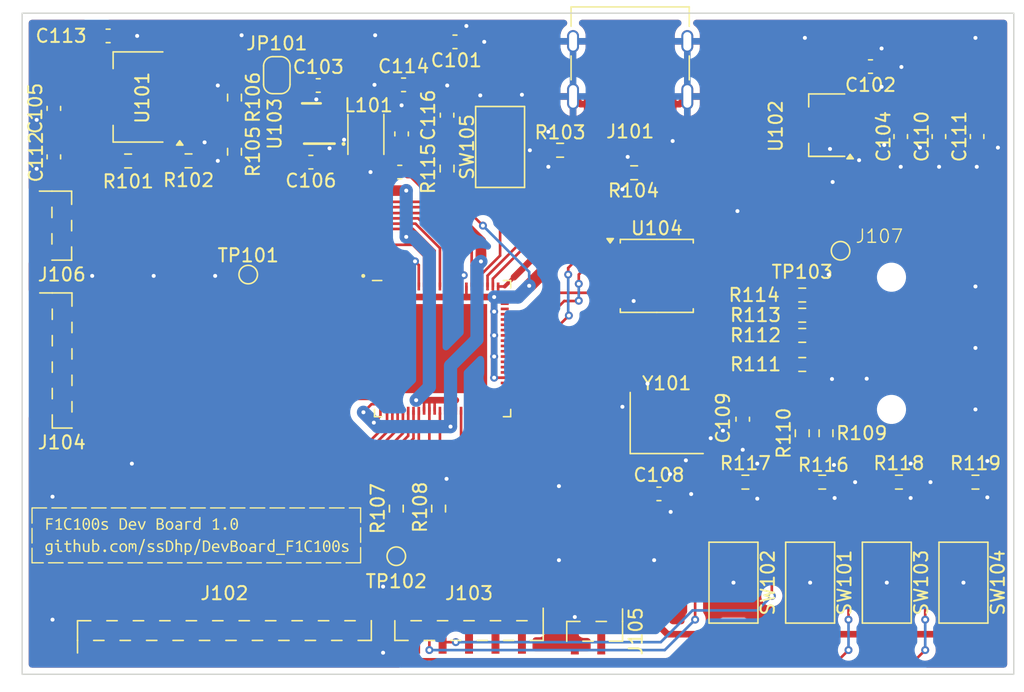
<source format=kicad_pcb>
(kicad_pcb (version 20241229) (generator "pcbnew") (generator_version "9.0")
  (layers (0 "F.Cu" signal) (2 "B.Cu" signal) (13 "F.Paste" user) (15 "B.Paste" user) (5 "F.SilkS" user "F.Silkscreen") (7 "B.SilkS" user "B.Silkscreen") (1 "F.Mask" user) (3 "B.Mask" user) (25 "Edge.Cuts" user))
  (net 0 "")
  (net 1 "GND")
  (net 2 "/VUSB")
  (net 3 "/3V3")
  (net 4 "/2V6")
  (net 5 "Net-(U103-VBST)")
  (net 6 "Net-(U103-SW)")
  (net 7 "/1V1")
  (net 8 "/HOSCI")
  (net 9 "/HOSCO")
  (net 10 "/RESET")
  (net 11 "/USB_N")
  (net 12 "/USB_P")
  (net 14 "Net-(J101-CC2)")
  (net 16 "Net-(J101-CC1)")
  (net 17 "/PD17")
  (net 18 "/PD12")
  (net 19 "/PD21")
  (net 20 "/PD2")
  (net 21 "/PD11")
  (net 22 "/PD6")
  (net 23 "/PD3")
  (net 24 "/PD16")
  (net 25 "/PD20")
  (net 26 "/PD19")
  (net 27 "/PD13")
  (net 28 "/PD18")
  (net 29 "/PD14")
  (net 30 "/PD1")
  (net 31 "/PD0")
  (net 32 "/PD10")
  (net 33 "/PD4")
  (net 34 "/PD9")
  (net 35 "/PD15")
  (net 36 "/PD7")
  (net 37 "/PD8")
  (net 38 "/PD5")
  (net 39 "/PE3")
  (net 40 "/PE6")
  (net 41 "/PE7")
  (net 42 "/PE5")
  (net 43 "/SW0")
  (net 44 "/SW1")
  (net 45 "/PE2")
  (net 46 "/SW3")
  (net 47 "/SW2")
  (net 48 "/PE4")
  (net 49 "/PE8")
  (net 50 "/SDC0_CLK")
  (net 51 "/SDC0_D1")
  (net 52 "/SDC0_D2")
  (net 53 "/SDC0_D3")
  (net 54 "/SDC0_CMD")
  (net 55 "/SDC0_D0")
  (net 56 "/UART0_RX")
  (net 57 "/UART0_TX")
  (net 58 "/VRA1")
  (net 59 "/FMINR")
  (net 60 "/HPCOMFB")
  (net 61 "/HPR")
  (net 62 "/FMINL")
  (net 63 "/HPL")
  (net 64 "/VRA2")
  (net 65 "/HPCOM")
  (net 66 "/LINL")
  (net 67 "/MICIN")
  (net 68 "/TVIN1")
  (net 69 "/TVIN0")
  (net 70 "/TV_VRN")
  (net 71 "/TVOUT")
  (net 72 "/TV_VRP")
  (net 73 "/LRADC0")
  (net 74 "/SVREF")
  (net 75 "Net-(JP101-A)")
  (net 76 "Net-(U101-ADJ)")
  (net 77 "Net-(U103-VFB)")
  (net 78 "/SPI0_MISO")
  (net 79 "/SPI0_CLK")
  (net 80 "/SPI0_CS")
  (net 81 "/SPI0_MOSI")
  (net 86 "Net-(J107-DET)")
  (footprint "Connector_PinHeader_1.00mm:PinHeader_1x04_P1.00mm_Vertical_SMD_Pin1Left" (layer "F.Cu") (at 166.5 143.88 -90)
    (property "Reference" "J105")
    (property "Value" "UART0")
  )
  (footprint "Resistor_SMD:R_0603_1608Metric_Pad0.98x0.95mm_HandSolder" (layer "F.Cu") (at 183.7125 132.6)
    (property "Reference" "R116")
    (property "Value" "5.1K")
  )
  (footprint "Package_TO_SOT_SMD:SOT-223-3_TabPin2" (layer "F.Cu") (at 131.9925 103.47 180)
    (property "Reference" "U101")
    (property "Value" "AMS1117")
  )
  (footprint "Capacitor_SMD:C_0603_1608Metric_Pad1.08x0.95mm_HandSolder" (layer "F.Cu") (at 151.7625 109.15 180)
    (property "Reference" "C115" (hide yes))
    (property "Value" "0.1uf" (hide yes))
  )
  (footprint "TestPoint:TestPoint_Pad_D1.0mm" (layer "F.Cu") (at 185.1 115.1)
    (property "Reference" "TP103")
    (property "Value" "TestPoint")
  )
  (footprint "Resistor_SMD:R_0603_1608Metric_Pad0.98x0.95mm_HandSolder" (layer "F.Cu") (at 154.7 134.6 90)
    (property "Reference" "R108")
    (property "Value" "5.1K")
  )
  (footprint "Connector_USB:USB_C_Receptacle_Palconn_UTC16-G" (layer "F.Cu") (at 169.1875 101.5 180)
    (property "Reference" "J101")
    (property "Value" "USB_C_Receptacle_USB2.0_16P")
  )
  (footprint "TestPoint:TestPoint_Pad_D1.0mm" (layer "F.Cu") (at 140.3 116.9)
    (property "Reference" "TP101")
    (property "Value" "TestPoint")
  )
  (footprint "Connector_PinHeader_1.00mm:PinHeader_1x11_P1.00mm_Vertical_SMD_Pin1Left" (layer "F.Cu") (at 157 143.825 -90)
    (property "Reference" "J103")
    (property "Value" "Conn_01x11")
  )
  (footprint "Capacitor_SMD:C_0603_1608Metric_Pad1.08x0.95mm_HandSolder" (layer "F.Cu") (at 177.7 127.84 90)
    (property "Reference" "C109")
    (property "Value" "10pf")
  )
  (footprint "TPS562201DDCT:DDC0006A_N" (layer "F.Cu") (at 145.08 105.475 180)
    (property "Reference" "U103")
    (property "Value" "TPS562201DDCT")
  )
  (footprint "Resistor_SMD:R_0603_1608Metric_Pad0.98x0.95mm_HandSolder" (layer "F.Cu") (at 189.5125 132.6)
    (property "Reference" "R118")
    (property "Value" "5.1K")
  )
  (footprint "Resistor_SMD:R_0603_1608Metric_Pad0.98x0.95mm_HandSolder" (layer "F.Cu") (at 184 128.9 90)
    (property "Reference" "R109")
    (property "Value" "10k")
  )
  (footprint "Resistor_SMD:R_0603_1608Metric_Pad0.98x0.95mm_HandSolder" (layer "F.Cu") (at 182.2 118.45)
    (property "Reference" "R114")
    (property "Value" "10k")
  )
  (footprint "Button_Switch_SMD:SW_SPST_CK_RS282G05A3" (layer "F.Cu") (at 177 140.2 -90)
    (property "Reference" "SW102")
    (property "Value" "SW1")
  )
  (footprint "Resistor_SMD:R_0603_1608Metric_Pad0.98x0.95mm_HandSolder" (layer "F.Cu") (at 131.2175 108.31)
    (property "Reference" "R101")
    (property "Value" "100R")
  )
  (footprint "TestPoint:TestPoint_Pad_D1.0mm" (layer "F.Cu") (at 151.5 138.2)
    (property "Reference" "TP102")
    (property "Value" "TestPoint")
  )
  (footprint "Resistor_SMD:R_0603_1608Metric_Pad0.98x0.95mm_HandSolder" (layer "F.Cu") (at 139.2625 107.6125 90)
    (property "Reference" "R105")
    (property "Value" "2.4K")
  )
  (footprint "Capacitor_SMD:C_0603_1608Metric_Pad1.08x0.95mm_HandSolder" (layer "F.Cu") (at 155.9375 99.3)
    (property "Reference" "C101")
    (property "Value" "10uf")
  )
  (footprint "Resistor_SMD:R_0603_1608Metric_Pad0.98x0.95mm_HandSolder" (layer "F.Cu") (at 151.5 134.6 -90)
    (property "Reference" "R107")
    (property "Value" "5.1K")
  )
  (footprint "Capacitor_SMD:C_0603_1608Metric_Pad1.08x0.95mm_HandSolder" (layer "F.Cu") (at 189.65 106.4625 -90)
    (property "Reference" "C104")
    (property "Value" "10uf")
  )
  (footprint "Package_TO_SOT_SMD:SOT-89-3_Handsoldering" (layer "F.Cu") (at 184.05 105.6 180)
    (property "Reference" "U102")
    (property "Value" "AMS1117-3.3")
  )
  (footprint "Resistor_SMD:R_0603_1608Metric_Pad0.98x0.95mm_HandSolder" (layer "F.Cu") (at 139.2625 103.5125 90)
    (property "Reference" "R106")
    (property "Value" "5.1K")
  )
  (footprint "Resistor_SMD:R_0603_1608Metric_Pad0.98x0.95mm_HandSolder" (layer "F.Cu") (at 135.7875 108.3)
    (property "Reference" "R102")
    (property "Value" "110R")
  )
  (footprint "Capacitor_SMD:C_0603_1608Metric_Pad1.08x0.95mm_HandSolder" (layer "F.Cu") (at 125.6 104.3325 -90)
    (property "Reference" "C105")
    (property "Value" "10uf")
  )
  (footprint "sd_card:sd_card_10p" (layer "F.Cu") (at 186.335 129.4)
    (property "Reference" "J107")
    (property "Value" "Micro_SD_Card_Det1")
  )
  (footprint "Button_Switch_SMD:SW_SPST_CK_RS282G05A3" (layer "F.Cu") (at 188.595239 140.2 -90)
    (property "Reference" "SW103")
    (property "Value" "SW2")
  )
  (footprint "Capacitor_SMD:C_0603_1608Metric_Pad1.08x0.95mm_HandSolder" (layer "F.Cu") (at 171.3625 133.4875)
    (property "Reference" "C108")
    (property "Value" "10pf")
  )
  (footprint "Crystal:Crystal_SMD_3225-4Pin_3.2x2.5mm_HandSoldering" (layer "F.Cu") (at 171.95 128.1275)
    (property "Reference" "Y101")
    (property "Value" "24Mhz")
  )
  (footprint "F1C100s:QFN-88_EP_10x10_Pitch0.4mm" (layer "F.Cu") (at 155 122.5)
    (property "Reference" "U105" (hide yes))
    (property "Value" "F1C100s")
  )
  (footprint "Connector_PinHeader_1.00mm:PinHeader_1x22_P1.00mm_Vertical_SMD_Pin1Left" (layer "F.Cu") (at 138.5 143.825 90)
    (property "Reference" "J102")
    (property "Value" "Conn_01x22")
  )
  (footprint "Resistor_SMD:R_0603_1608Metric_Pad0.98x0.95mm_HandSolder" (layer "F.Cu") (at 163.8875 107.5 180)
    (property "Reference" "R103")
    (property "Value" "5.1K")
  )
  (footprint "Resistor_SMD:R_0603_1608Metric_Pad0.98x0.95mm_HandSolder" (layer "F.Cu") (at 182.2 123.7)
    (property "Reference" "R111")
    (property "Value" "10k")
  )
  (footprint "Resistor_SMD:R_0603_1608Metric_Pad0.98x0.95mm_HandSolder" (layer "F.Cu") (at 177.9 132.6)
    (property "Reference" "R117")
    (property "Value" "5.1K")
  )
  (footprint "Capacitor_SMD:C_0603_1608Metric_Pad1.08x0.95mm_HandSolder" (layer "F.Cu") (at 145.6 102.6 180)
    (property "Reference" "C103")
    (property "Value" "10uf")
  )
  (footprint "Capacitor_SMD:C_0603_1608Metric_Pad1.08x0.95mm_HandSolder" (layer "F.Cu") (at 145.0375 108.4)
    (property "Reference" "C106")
    (property "Value" "0.1uf")
  )
  (footprint "Capacitor_SMD:C_0603_1608Metric_Pad1.08x0.95mm_HandSolder" (layer "F.Cu") (at 192.5375 106.4625 -90)
    (property "Reference" "C110")
    (property "Value" "10uf")
  )
  (footprint "Capacitor_SMD:C_0603_1608Metric_Pad1.08x0.95mm_HandSolder" (layer "F.Cu") (at 125.6 108 -90)
    (property "Reference" "C112")
    (property "Value" "10uf")
  )
  (footprint "Capacitor_SMD:C_0603_1608Metric_Pad1.08x0.95mm_HandSolder" (layer "F.Cu") (at 195.425 106.4625 -90)
    (property "Reference" "C111")
    (property "Value" "0.1uf")
  )
  (footprint "Connector_PinHeader_1.00mm:PinHeader_1x10_P1.00mm_Vertical_SMD_Pin1Left" (layer "F.Cu") (at 126.225 123.4)
    (property "Reference" "J104")
    (property "Value" "Conn_01x10")
  )
  (footprint "Resistor_SMD:R_0603_1608Metric_Pad0.98x0.95mm_HandSolder" (layer "F.Cu") (at 195.3 132.6)
    (property "Reference" "R119")
    (property "Value" "5.1K")
  )
  (footprint "Resistor_SMD:R_0603_1608Metric_Pad0.98x0.95mm_HandSolder" (layer "F.Cu") (at 182.2 128.9 90)
    (property "Reference" "R110")
    (property "Value" "10k")
  )
  (footprint "Capacitor_SMD:C_0603_1608Metric_Pad1.08x0.95mm_HandSolder" (layer "F.Cu") (at 129.705 98.85)
    (property "Reference" "C113")
    (property "Value" "0.1uf")
  )
  (footprint "Button_Switch_SMD:SW_SPST_CK_RS282G05A3" (layer "F.Cu") (at 159.35 107.25 -90)
    (property "Reference" "SW105")
    (property "Value" "RESET")
  )
  (footprint "Inductor_SMD:L_APV_ANR252012" (layer "F.Cu") (at 149.2 106.3 -90)
    (property "Reference" "L101")
    (property "Value" "2.2uH")
  )
  (footprint "Button_Switch_SMD:SW_SPST_CK_RS282G05A3" (layer "F.Cu") (at 194.392858 140.2 -90)
    (property "Reference" "SW104")
    (property "Value" "SW3")
  )
  (footprint "Resistor_SMD:R_0603_1608Metric_Pad0.98x0.95mm_HandSolder" (layer "F.Cu") (at 169.4875 109.2 180)
    (property "Reference" "R104")
    (property "Value" "5.1K")
  )
  (footprint "Button_Switch_SMD:SW_SPST_CK_RS282G05A3" (layer "F.Cu") (at 182.797619 140.2 -90)
    (property "Reference" "SW101")
    (property "Value" "SW0")
  )
  (footprint "Connector_PinHeader_1.00mm:PinHeader_1x05_P1.00mm_Vertical_SMD_Pin1Left" (layer "F.Cu") (at 126.2 113.2)
    (property "Reference" "J106")
    (property "Value" "Conn_01x05")
  )
  (footprint "Capacitor_SMD:C_0603_1608Metric_Pad1.08x0.95mm_HandSolder" (layer "F.Cu") (at 155.339649 104.845711 90)
    (property "Reference" "C116")
    (property "Value" "0.1uf")
  )
  (footprint "Capacitor_SMD:C_0603_1608Metric_Pad1.08x0.95mm_HandSolder" (layer "F.Cu") (at 151.9 106.2625 90)
    (property "Reference" "C107" (hide yes))
    (property "Value" "10uf" (hide yes))
  )
  (footprint "Package_SO:SOIC-8_5.3x5.3mm_P1.27mm" (layer "F.Cu") (at 171.2 117)
    (property "Reference" "U104")
    (property "Value" "W25Q16JVSS")
  )
  (footprint "Capacitor_SMD:C_0603_1608Metric_Pad1.08x0.95mm_HandSolder" (layer "F.Cu") (at 152.05 102.55 180)
    (property "Reference" "C114")
    (property "Value" "10uf")
  )
  (footprint "Capacitor_SMD:C_0603_1608Metric_Pad1.08x0.95mm_HandSolder" (layer "F.Cu") (at 187.3625 101.17)
    (property "Reference" "C102")
    (property "Value" "10uf")
  )
  (footprint "Resistor_SMD:R_0603_1608Metric_Pad0.98x0.95mm_HandSolder" (layer "F.Cu") (at 182.2 121.5)
    (property "Reference" "R112")
    (property "Value" "10k")
  )
  (footprint "Resistor_SMD:R_0603_1608Metric_Pad0.98x0.95mm_HandSolder" (layer "F.Cu") (at 182.2 119.975)
    (property "Reference" "R113")
    (property "Value" "10k")
  )
  (footprint "Jumper:SolderJumper-2_P1.3mm_Bridged_RoundedPad1.0x1.5mm" (layer "F.Cu") (at 142.4625 101.82 90)
    (property "Reference" "JP101")
    (property "Value" "SolderJumper_2_Bridged")
  )
  (footprint "Resistor_SMD:R_0603_1608Metric_Pad0.98x0.95mm_HandSolder" (layer "F.Cu") (at 155.339649 108.883211 90)
    (property "Reference" "R115")
    (property "Value" "10k")
  )
  (gr_circle (center 147.510004 107.020002) (end 147.610004 107.020002) (stroke (width 0.1)) (fill yes) (layer "F.SilkS"))
  (gr_circle (center 149 117) (end 149.1 117) (stroke (width 0.1)) (fill yes) (layer "F.SilkS"))
  (gr_rect (start 123.2 97.13) (end 198.2 147.13) (stroke (width 0.1)) (fill no) (layer "Edge.Cuts"))
  (gr_text_box "F1C100s Dev Board 1.0\ngithub.com/ssDhp/DevBoard_F1C100s" (start 123.95 134.55) (end 148.8 138.7) (margins 1.0025 1.0025 1.0025 1.0025) (layer "F.SilkS") (effects (font (size 1 1) (thickness 0.1)) (justify left)) (border yes) (stroke (width 0.1) (type dash)))
  (segment (start 170.5 126.9775) (end 168.6775 126.9775) (width 0.5) (layer "F.Cu") (net 1))
  (segment (start 170.5 126.9775) (end 170.5 125.15) (width 0.5) (layer "F.Cu") (net 1))
  (segment (start 165.9875 104.01) (end 165.4475 104.01) (width 0.5) (layer "F.Cu") (net 1))
  (segment (start 188.225 101.17) (end 189.67 101.17) (width 0.5) (layer "F.Cu") (net 1))
  (segment (start 184.625 133.775) (end 184.65 133.8) (width 0.5) (layer "F.Cu") (net 1))
  (segment (start 178.8125 131.2125) (end 178.8 131.2) (width 0.5) (layer "F.Cu") (net 1))
  (segment (start 189.65 107.325) (end 191.075 107.325) (width 0.5) (layer "F.Cu") (net 1))
  (segment (start 151.9 105.4) (end 151.9 104.1) (width 0.5) (layer "F.Cu") (net 1))
  (segment (start 159.35 103.35) (end 157.85 103.35) (width 0.5) (layer "F.Cu") (net 1))
  (segment (start 188.225 101.17) (end 188.225 102.675) (width 0.5) (layer "F.Cu") (net 1))
  (segment (start 189.65 107.325) (end 189.65 108.75) (width 0.5) (layer "F.Cu") (net 1))
  (segment (start 196.975 107.325) (end 197 107.3) (width 0.5) (layer "F.Cu") (net 1))
  (segment (start 177.7 128.7025) (end 177.7 130.15) (width 0.5) (layer "F.Cu") (net 1))
  (segment (start 175.2775 129.2775) (end 173.4 129.2775) (width 0.5) (layer "F.Cu") (net 1))
  (segment (start 195.425 107.325) (end 195.425 108.725) (width 0.5) (layer "F.Cu") (net 1))
  (segment (start 178.8125 132.6) (end 178.8125 133.8375) (width 0.5) (layer "F.Cu") (net 1))
  (segment (start 172.225 133.4875) (end 172.225 134.825) (width 0.5) (layer "F.Cu") (net 1))
  (segment (start 152.916535 115.899608) (end 152.916538 115.899608) (width 0.2) (layer "F.Cu") (net 1))
  (segment (start 176.2025 128.7025) (end 177.7 128.7025) (width 0.5) (layer "F.Cu") (net 1))
  (segment (start 145.15 103.65) (end 145.45 103.65) (width 0.5) (layer "F.Cu") (net 1))
  (segment (start 168.575 110.425) (end 168.6 110.45) (width 0.5) (layer "F.Cu") (net 1))
  (segment (start 136.7 107.2) (end 137 106.9) (width 0.5) (layer "F.Cu") (net 1))
  (segment (start 147.275001 106.425001) (end 147.55 106.7) (width 0.5) (layer "F.Cu") (net 1))
  (segment (start 185.8 124.8) (end 187.05147 124.8) (width 0.5) (layer "F.Cu") (net 1))
  (segment (start 190.425 132.6) (end 190.425 131.225) (width 0.5) (layer "F.Cu") (net 1))
  (segment (start 155.339649 103.983211) (end 155.339649 102.610351) (width 0.5) (layer "F.Cu") (net 1))
  (segment (start 162.975 106.125) (end 163 106.1) (width 0.5) (layer "F.Cu") (net 1))
  (segment (start 154.7 133.6875) (end 154.7 132.95) (width 0.5) (layer "F.Cu") (net 1))
  (segment (start 160.95 103.35) (end 161 103.3) (width 0.5) (layer "F.Cu") (net 1))
  (segment (start 184.6 107.1) (end 184.3 107.4) (width 0.5) (layer "F.Cu") (net 1))
  (segment (start 184.2 117.7) (end 184.7 118.2) (width 0.5) (layer "F.Cu") (net 1))
  (segment (start 186.5 107.1) (end 186.5 108.25) (width 0.5) (layer "F.Cu") (net 1))
  (segment (start 190.425 131.225) (end 190.4 131.2) (width 0.5) (layer "F.Cu") (net 1))
  (segment (start 173.4 129.2775) (end 173.4 130.95) (width 0.5) (layer "F.Cu") (net 1))
  (segment (start 151.1875 102.55) (end 149.85 102.55) (width 0.5) (layer "F.Cu") (net 1))
  (segment (start 156.8 99.3) (end 156.8 98.1) (width 0.5) (layer "F.Cu") (net 1))
  (segment (start 168.6775 126.9775) (end 168.6 126.9) (width 0.5) (layer "F.Cu") (net 1))
  (segment (start 188.225 101.17) (end 188.225 99.825) (width 0.5) (layer "F.Cu") (net 1))
  (segment (start 172.225 133.4875) (end 172.225 132.025) (width 0.5) (layer "F.Cu") (net 1))
  (segment (start 192.5375 107.325) (end 192.5375 108.7375) (width 0.5) (layer "F.Cu") (net 1))
  (segment (start 192.5375 108.7375) (end 192.55 108.75) (width 0.5) (layer "F.Cu") (net 1))
  (segment (start 178.8125 132.6) (end 178.8125 131.2125) (width 0.5) (layer "F.Cu") (net 1))
  (segment (start 178.8125 133.8375) (end 178.8 133.85) (width 0.5) (layer "F.Cu") (net 1))
  (segment (start 153.2 116.18307) (end 153.2 117.8) (width 0.2) (layer "F.Cu") (net 1))
  (segment (start 125.6 108.8625) (end 124.3375 108.8625) (width 0.5) (layer "F.Cu") (net 1))
  (segment (start 188.225 99.825) (end 188.2 99.8) (width 0.5) (layer "F.Cu") (net 1))
  (segment (start 124.305 105.195) (end 124.3 105.2) (width 0.5) (layer "F.Cu") (net 1))
  (segment (start 184.2 116.9) (end 184.2 117.7) (width 0.5) (layer "F.Cu") (net 1))
  (segment (start 156.4 117.2) (end 156.4 117.800001) (width 0.2) (layer "F.Cu") (net 1))
  (segment (start 186.5 107.1) (end 188.4 107.1) (width 0.5) (layer "F.Cu") (net 1))
  (segment (start 156.8 99.3) (end 158.15 99.3) (width 0.5) (layer "F.Cu") (net 1))
  (segment (start 146.455001 106.425001) (end 146.455001 107.344999) (width 0.5) (layer "F.Cu") (net 1))
  (segment (start 196.2125 133.7375) (end 196.2 133.75) (width 0.5) (layer "F.Cu") (net 1))
  (segment (start 191.125 107.325) (end 191.1 107.3) (width 0.5) (layer "F.Cu") (net 1))
  (segment (start 124.3375 108.8625) (end 124.3 108.9) (width 0.5) (layer "F.Cu") (net 1))
  (segment (start 150.9 109.15) (end 149.55 109.15) (width 0.5) (layer "F.Cu") (net 1))
  (segment (start 136.7 108.3) (end 138 108.3) (width 0.5) (layer "F.Cu") (net 1))
  (segment (start 144.7375 102.6) (end 144.7375 103.2375) (width 0.5) (layer "F.Cu") (net 1))
  (segment (start 165 144.755) (end 165 142.8) (width 0.5) (layer "F.Cu") (net 1))
  (segment (start 188.225 102.675) (end 188.2 102.7) (width 0.5) (layer "F.Cu") (net 1))
  (segment (start 184.625 132.6) (end 184.625 133.775) (width 0.5) (layer "F.Cu") (net 1))
  (segment (start 172.9275 104.01) (end 173.5075 103.43) (width 0.5) (layer "F.Cu") (net 1))
  (segment (start 172.3875 104.01) (end 172.9275 104.01) (width 0.5) (layer "F.Cu") (net 1))
  (segment (start 196.2125 131.0125) (end 196.2 131) (width 0.5) (layer "F.Cu") (net 1))
  (segment (start 165.4475 104.01) (end 164.8675 103.43) (width 0.5) (layer "F.Cu") (net 1))
  (segment (start 172.225 132.025) (end 172.2 132) (width 0.5) (layer "F.Cu") (net 1))
  (segment (start 168.575 108.425) (end 169 108) (width 0.5) (layer "F.Cu") (net 1))
  (segment (start 167.6125 118.905) (end 169.445 118.905) (width 0.5) (layer "F.Cu") (net 1))
  (segment (start 155.339649 102.610351) (end 155.35 102.6) (width 0.5) (layer "F.Cu") (net 1))
  (segment (start 192.5375 107.325) (end 191.125 107.325) (width 0.5) (layer "F.Cu") (net 1))
  (segment (start 162.975 107.5) (end 161.6 107.5) (width 0.5) (layer "F.Cu") (net 1))
  (segment (start 184.625 131.325) (end 184.6 131.3) (width 0.5) (layer "F.Cu") (net 1))
  (segment (start 139.2625 102.6) (end 138 102.6) (width 0.5) (layer "F.Cu") (net 1))
  (segment (start 196.2125 132.6) (end 196.2125 131.0125) (width 0.5) (layer "F.Cu") (net 1))
  (segment (start 156.55 117) (end 156.55 117.05) (width 0.2) (layer "F.Cu") (net 1))
  (segment (start 195.425 107.325) (end 196.975 107.325) (width 0.5) (layer "F.Cu") (net 1))
  (segment (start 168.575 109.2) (end 168.575 110.425) (width 0.5) (layer "F.Cu") (net 1))
  (segment (start 169.445 118.905) (end 169.45 118.9) (width 0.5) (layer "F.Cu") (net 1))
  (segment (start 136.7 108.3) (end 136.7 107.2) (width 0.5) (layer "F.Cu") (net 1))
  (segment (start 156.6 116.95) (end 156.55 117) (width 0.2) (layer "F.Cu") (net 1))
  (segment (start 190.425 132.6) (end 191.9 132.6) (width 0.5) (layer "F.Cu") (net 1))
  (segment (start 190.425 133.775) (end 190.4 133.8) (width 0.5) (layer "F.Cu") (net 1))
  (segment (start 144.7375 103.2375) (end 145.15 103.65) (width 0.5) (layer "F.Cu") (net 1))
  (segment (start 196.2125 132.6) (end 196.2125 133.7375) (width 0.5) (layer "F.Cu") (net 1))
  (segment (start 146.455001 107.344999) (end 146.45 107.35) (width 0.5) (layer "F.Cu") (net 1))
  (segment (start 154.7 132.95) (end 155.3 132.35) (width 0.5) (layer "F.Cu") (net 1))
  (segment (start 152.916538 115.899608) (end 153.2 116.18307) (width 0.2) (layer "F.Cu") (net 1))
  (segment (start 172.225 133.4875) (end 173.7875 133.4875) (width 0.5) (layer "F.Cu") (net 1))
  (segment (start 172.225 134.825) (end 172.25 134.85) (width 0.5) (layer "F.Cu") (net 1))
  (segment (start 162.975 108.725) (end 163 108.75) (width 0.5) (layer "F.Cu") (net 1))
  (segment (start 156.55 117.05) (end 156.4 117.2) (width 0.2) (layer "F.Cu") (net 1))
  (segment (start 184.625 132.6) (end 184.625 131.325) (width 0.5) (layer "F.Cu") (net 1))
  (segment (start 191.075 107.325) (end 191.1 107.3) (width 0.5) (layer "F.Cu") (net 1))
  (segment (start 162.975 107.5) (end 162.975 106.125) (width 0.5) (layer "F.Cu") (net 1))
  (segment (start 190.425 132.6) (end 190.425 133.775) (width 0.5) (layer "F.Cu") (net 1))
  (segment (start 189.67 101.17) (end 189.7 101.2) (width 0.5) (layer "F.Cu") (net 1))
  (segment (start 130.5675 98.85) (end 131.9 98.85) (width 0.5) (layer "F.Cu") (net 1))
  (segment (start 162.975 107.5) (end 162.975 108.725) (width 0.5) (layer "F.Cu") (net 1))
  (segment (start 173.7875 133.4875) (end 173.8 133.5) (width 0.5) (layer "F.Cu") (net 1))
  (segment (start 125.6 105.195) (end 124.305 105.195) (width 0.5) (layer "F.Cu") (net 1))
  (segment (start 186.5 107.1) (end 184.6 107.1) (width 0.5) (layer "F.Cu") (net 1))
  (segment (start 184.625 132.6) (end 186.2 132.6) (width 0.5) (layer "F.Cu") (net 1))
  (segment (start 185.8 124.8) (end 184.45 124.8) (width 0.5) (layer "F.Cu") (net 1))
  (segment (start 168.575 109.2) (end 168.575 108.425) (width 0.5) (layer "F.Cu") (net 1))
  (segment (start 184.7 118.2) (end 185.8 118.2) (width 0.5) (layer "F.Cu") (net 1))
  (segment (start 146.455001 106.425001) (end 147.275001 106.425001) (width 0.5) (layer "F.Cu") (net 1))
  (segment (start 187.05147 124.8) (end 187.075735 124.775735) (width 0.5) (layer "F.Cu") (net 1))
  (segment (start 195.425 108.725) (end 195.4 108.75) (width 0.5) (layer "F.Cu") (net 1))
  (segment (start 159.35 103.35) (end 160.95 103.35) (width 0.5) (layer "F.Cu") (net 1))
  (via (at 191.9 132.6) (size 0.6) (drill 0.3) (layers "F.Cu" "B.Cu") (net 1))
  (via (at 151.9 104.1) (size 0.6) (drill 0.3) (layers "F.Cu" "B.Cu") (net 1))
  (via (at 133.15 117) (size 0.6) (drill 0.3) (layers "F.Cu" "B.Cu") (net 1))
  (via (at 189.7 101.2) (size 0.6) (drill 0.3) (layers "F.Cu" "B.Cu") (net 1))
  (via (at 146.45 107.35) (size 0.6) (drill 0.3) (layers "F.Cu" "B.Cu") (net 1))
  (via (at 188.595239 140.2) (size 0.6) (drill 0.3) (layers "F.Cu" "B.Cu") (net 1))
  (via (at 124.3 108.9) (size 0.6) (drill 0.3) (layers "F.Cu" "B.Cu") (net 1))
  (via (at 169 108) (size 0.6) (drill 0.3) (layers "F.Cu" "B.Cu") (net 1))
  (via (at 191.1 107.3) (size 0.6) (drill 0.3) (layers "F.Cu" "B.Cu") (net 1))
  (via (at 187.075735 124.775735) (size 0.6) (drill 0.3) (layers "F.Cu" "B.Cu") (net 1))
  (via (at 194.392858 140.2) (size 0.6) (drill 0.3) (layers "F.Cu" "B.Cu") (net 1))
  (via (at 124.3 105.2) (size 0.6) (drill 0.3) (layers "F.Cu" "B.Cu") (net 1))
  (via (at 178.8 131.2) (size 0.6) (drill 0.3) (layers "F.Cu" "B.Cu") (net 1))
  (via (at 190.4 131.2) (size 0.6) (drill 0.3) (layers "F.Cu" "B.Cu") (net 1))
  (via (at 182.797619 140.2) (size 0.6) (drill 0.3) (layers "F.Cu" "B.Cu") (net 1))
  (via (at 161.6 107.5) (size 0.6) (drill 0.3) (layers "F.Cu" "B.Cu") (net 1))
  (via (at 196.2 133.75) (size 0.6) (drill 0.3) (layers "F.Cu" "B.Cu") (net 1))
  (via (at 165 142.8) (size 0.6) (drill 0.3) (layers "F.Cu" "B.Cu") (net 1))
  (via (at 173.8 133.5) (size 0.6) (drill 0.3) (layers "F.Cu" "B.Cu") (net 1))
  (via (at 161 103.3) (size 0.6) (drill 0.3) (layers "F.Cu" "B.Cu") (net 1))
  (via (at 175.2775 129.2775) (size 0.6) (drill 0.3) (layers "F.Cu" "B.Cu") (net 1))
  (via (at 172.4 106.8) (size 0.6) (drill 0.3) (layers "F.Cu" "B.Cu") (net 1))
  (via (at 186.2 132.6) (size 0.6) (drill 0.3) (layers "F.Cu" "B.Cu") (net 1))
  (via (at 131.5 131.2) (size 0.6) (drill 0.3) (layers "F.Cu" "B.Cu") (net 1))
  (via (at 172.25 134.85) (size 0.6) (drill 0.3) (layers "F.Cu" "B.Cu") (net 1))
  (via (at 149.85 102.55) (size 0.6) (drill 0.3) (layers "F.Cu" "B.Cu") (net 1))
  (via (at 150.5 145.5) (size 0.6) (drill 0.3) (layers "F.Cu" "B.Cu") (net 1))
  (via (at 155.35 102.6) (size 0.6) (drill 0.3) (layers "F.Cu" "B.Cu") (net 1))
  (via (at 197 107.3) (size 0.6) (drill 0.3) (layers "F.Cu" "B.Cu") (net 1))
  (via (at 152.916535 115.899608) (size 0.6) (drill 0.3) (layers "F.Cu" "B.Cu") (net 1))
  (via (at 131.9 98.85) (size 0.6) (drill 0.3) (layers "F.Cu" "B.Cu") (net 1))
  (via (at 171 138.5) (size 0.6) (drill 0.3) (layers "F.Cu" "B.Cu") (net 1))
  (via (at 195.3 122.45) (size 0.6) (drill 0.3) (layers "F.Cu" "B.Cu") (net 1))
  (via (at 184.5 109.9) (size 0.6) (drill 0.3) (layers "F.Cu" "B.Cu") (net 1))
  (via (at 177.7 130.15) (size 0.6) (drill 0.3) (layers "F.Cu" "B.Cu") (net 1))
  (via (at 149.9 98.8) (size 0.6) (drill 0.3) (layers "F.Cu" "B.Cu") (net 1))
  (via (at 195.4 108.75) (size 0.6) (drill 0.3) (layers "F.Cu" "B.Cu") (net 1))
  (via (at 184.45 124.8) (size 0.6) (drill 0.3) (layers "F.Cu" "B.Cu") (net 1))
  (via (at 196.2 131) (size 0.6) (drill 0.3) (layers "F.Cu" "B.Cu") (net 1))
  (via (at 168.6 126.9) (size 0.6) (drill 0.3) (layers "F.Cu" "B.Cu") (net 1))
  (via (at 177 140.2) (size 0.6) (drill 0.3) (layers "F.Cu" "B.Cu") (net 1))
  (via (at 186.5 108.25) (size 0.6) (drill 0.3) (layers "F.Cu" "B.Cu") (net 1))
  (via (at 147.55 106.7) (size 0.6) (drill 0.3) (layers "F.Cu" "B.Cu") (net 1))
  (via (at 155.3 132.35) (size 0.6) (drill 0.3) (layers "F.Cu" "B.Cu") (net 1))
  (via (at 195.3 99) (size 0.6) (drill 0.3) (layers "F.Cu" "B.Cu") (net 1))
  (via (at 145.45 103.65) (size 0.6) (drill 0.3) (layers "F.Cu" "B.Cu") (net 1))
  (via (at 184.2 116.9) (size 0.6) (drill 0.3) (layers "F.Cu" "B.Cu") (net 1))
  (via (at 163.8 138.5) (size 0.6) (drill 0.3) (layers "F.Cu" "B.Cu") (net 1))
  (via (at 157.85 103.35) (size 0.6) (drill 0.3) (layers "F.Cu" "B.Cu") (net 1))
  (via (at 188.4 107.1) (size 0.6) (drill 0.3) (layers "F.Cu" "B.Cu") (net 1))
  (via (at 137 106.9) (size 0.6) (drill 0.3) (layers "F.Cu" "B.Cu") (net 1))
  (via (at 192.55 108.75) (size 0.6) (drill 0.3) (layers "F.Cu" "B.Cu") (net 1))
  (via (at 169.45 118.9) (size 0.6) (drill 0.3) (layers "F.Cu" "B.Cu") (net 1))
  (via (at 184.3 107.4) (size 0.6) (drill 0.3) (layers "F.Cu" "B.Cu") (net 1))
  (via (at 188.2 102.7) (size 0.6) (drill 0.3) (layers "F.Cu" "B.Cu") (net 1))
  (via (at 163 106.1) (size 0.6) (drill 0.3) (layers "F.Cu" "B.Cu") (net 1))
  (via (at 128.5 117) (size 0.6) (drill 0.3) (layers "F.Cu" "B.Cu") (net 1))
  (via (at 189.65 108.75) (size 0.6) (drill 0.3) (layers "F.Cu" "B.Cu") (net 1))
  (via (at 178.8 133.85) (size 0.6) (drill 0.3) (layers "F.Cu" "B.Cu") (net 1))
  (via (at 163.8 132.9) (size 0.6) (drill 0.3) (layers "F.Cu" "B.Cu") (net 1))
  (via (at 156.6 116.95) (size 0.6) (drill 0.3) (layers "F.Cu" "B.Cu") (net 1))
  (via (at 138 108.3) (size 0.6) (drill 0.3) (layers "F.Cu" "B.Cu") (net 1))
  (via (at 168.6 110.45) (size 0.6) (drill 0.3) (layers "F.Cu" "B.Cu") (net 1))
  (via (at 188.2 99.8) (size 0.6) (drill 0.3) (layers "F.Cu" "B.Cu") (net 1))
  (via (at 163 108.75) (size 0.6) (drill 0.3) (layers "F.Cu" "B.Cu") (net 1))
  (via (at 149.55 109.15) (size 0.6) (drill 0.3) (layers "F.Cu" "B.Cu") (net 1))
  (via (at 176.2025 128.7025) (size 0.6) (drill 0.3) (layers "F.Cu" "B.Cu") (net 1))
  (via (at 195.3 117.8) (size 0.6) (drill 0.3) (layers "F.Cu" "B.Cu") (net 1))
  (via (at 173.4 130.95) (size 0.6) (drill 0.3) (layers "F.Cu" "B.Cu") (net 1))
  (via (at 156.8 98.1) (size 0.6) (drill 0.3) (layers "F.Cu" "B.Cu") (net 1))
  (via (at 184.65 133.8) (size 0.6) (drill 0.3) (layers "F.Cu" "B.Cu") (net 1))
  (via (at 139.8 98.8) (size 0.6) (drill 0.3) (layers "F.Cu" "B.Cu") (net 1))
  (via (at 177.3 112.1) (size 0.6) (drill 0.3) (layers "F.Cu" "B.Cu") (net 1))
  (via (at 172.2 132) (size 0.6) (drill 0.3) (layers "F.Cu" "B.Cu") (net 1))
  (via (at 150.5 140.5) (size 0.6) (drill 0.3) (layers "F.Cu" "B.Cu") (net 1))
  (via (at 184.6 131.3) (size 0.6) (drill 0.3) (layers "F.Cu" "B.Cu") (net 1))
  (via (at 190.4 133.8) (size 0.6) (drill 0.3) (layers "F.Cu" "B.Cu") (net 1))
  (via (at 125.5 143) (size 0.6) (drill 0.3) (layers "F.Cu" "B.Cu") (net 1))
  (via (at 138 102.6) (size 0.6) (drill 0.3) (layers "F.Cu" "B.Cu") (net 1))
  (via (at 195.3 127.1) (size 0.6) (drill 0.3) (layers "F.Cu" "B.Cu") (net 1))
  (via (at 182.4 99) (size 0.6) (drill 0.3) (layers "F.Cu" "B.Cu") (net 1))
  (via (at 158.15 99.3) (size 0.6) (drill 0.3) (layers "F.Cu" "B.Cu") (net 1))
  (via (at 170.5 125.15) (size 0.6) (drill 0.3) (layers "F.Cu" "B.Cu") (net 1))
  (via (at 137.8 117) (size 0.6) (drill 0.3) (layers "F.Cu" "B.Cu") (net 1))
  (via (at 125.5 133.7) (size 0.6) (drill 0.3) (layers "F.Cu" "B.Cu") (net 1))
  (segment (start 159.2 117.800001) (end 159.699999 117.800001) (width 0.2) (layer "F.Cu") (net 2))
  (segment (start 186.5 101.17) (end 186.5 104.1) (width 1) (layer "F.Cu") (net 2))
  (segment (start 150.0865 101.1565) (end 146.45 101.1565) (width 1) (layer "F.Cu") (net 2))
  (segment (start 171.4 111.5) (end 177.3 105.6) (width 0.5) (layer "F.Cu") (net 2))
  (segment (start 169.7 101.17) (end 186.5 101.17) (width 1) (layer "F.Cu") (net 2))
  (segment (start 160.4 117.1) (end 166 111.5) (width 0.5) (layer "F.Cu") (net 2))
  (segment (start 146.4365 101.17) (end 135.1425 101.17) (width 1) (layer "F.Cu") (net 2))
  (segment (start 155.075 99.3) (end 155.075 101.145) (width 0.8) (layer "F.Cu") (net 2))
  (segment (start 168.6 101.17) (end 169.7 101.17) (width 1) (layer "F.Cu") (net 2))
  (segment (start 155.075 101.145) (end 155.1 101.17) (width 0.8) (layer "F.Cu") (net 2))
  (segment (start 166.7875 104.01) (end 166.7875 102.9825) (width 0.5) (layer "F.Cu") (net 2))
  (segment (start 171.5875 103.0575) (end 169.7 101.17) (width 0.5) (layer "F.Cu") (net 2))
  (segment (start 146.4625 102.6) (end 146.4625 101.169) (width 0.5) (layer "F.Cu") (net 2))
  (segment (start 171.5875 104.01) (end 171.5875 103.0575) (width 0.5) (layer "F.Cu") (net 2))
  (segment (start 146.45 101.1565) (end 146.4365 101.17) (width 1) (layer "F.Cu") (net 2))
  (segment (start 177.3 105.6) (end 177.3 101.2) (width 0.5) (layer "F.Cu") (net 2))
  (segment (start 150.1 101.17) (end 150.0865 101.1565) (width 1) (layer "F.Cu") (net 2))
  (segment (start 159.699999 117.800001) (end 160.4 117.1) (width 0.3) (layer "F.Cu") (net 2))
  (segment (start 155.1 101.17) (end 168.6 101.17) (width 1) (layer "F.Cu") (net 2))
  (segment (start 155.1 101.17) (end 150.1 101.17) (width 1) (layer "F.Cu") (net 2))
  (segment (start 166 111.5) (end 171.4 111.5) (width 0.5) (layer "F.Cu") (net 2))
  (segment (start 146.455001 104.525002) (end 146.455001 102.607499) (width 0.5) (layer "F.Cu") (net 2))
  (segment (start 166.7875 102.9825) (end 168.6 101.17) (width 0.5) (layer "F.Cu") (net 2))
  (segment (start 150.3 119.899999) (end 151.1 119.9) (width 0.2) (layer "F.Cu") (net 3))
  (segment (start 180.4 129) (end 180.4 124.5875) (width 0.8) (layer "F.Cu") (net 3))
  (segment (start 161.55 117.75) (end 166.3 113) (width 1) (layer "F.Cu") (net 3))
  (segment (start 162.15 125.05) (end 168 130.9) (width 0.5) (layer "F.Cu") (net 3))
  (segment (start 166.3 113) (end 169.9 113) (width 1) (layer "F.Cu") (net 3))
  (segment (start 189.6 129.8) (end 192.4 127) (width 0.8) (layer "F.Cu") (net 3))
  (segment (start 181.2875 122.6) (end 185.8 122.6) (width 0.8) (layer "F.Cu") (net 3))
  (segment (start 192.4 127) (end 192.4 113.8) (width 0.8) (layer "F.Cu") (net 3))
  (segment (start 171.335 115.1) (end 171.335 113.035) (width 0.5) (layer "F.Cu") (net 3))
  (segment (start 184 129.8125) (end 182.2 129.8125) (width 0.8) (layer "F.Cu") (net 3))
  (segment (start 171.335 116.365) (end 171.335 115.1) (width 0.5) (layer "F.Cu") (net 3))
  (segment (start 156.8 117.8) (end 156.8 118.6) (width 0.2) (layer "F.Cu") (net 3))
  (segment (start 172.7 113) (end 180.1 105.6) (width 1) (layer "F.Cu") (net 3))
  (segment (start 171.335 113.035) (end 171.3 113) (width 0.5) (layer "F.Cu") (net 3))
  (segment (start 170.905 143.005) (end 172 144.1) (width 0.5) (layer "F.Cu") (net 3))
  (segment (start 169.9 113) (end 171.3 113) (width 1) (layer "F.Cu") (net 3))
  (segment (start 151.1 126) (end 151.1 119.9) (width 0.5) (layer "F.Cu") (net 3))
  (segment (start 156.8 118.6) (end 158.9 118.6) (width 0.5) (layer "F.Cu") (net 3))
  (segment (start 180.1 105.6) (end 186.4125 105.6) (width 1) (layer "F.Cu") (net 3))
  (segment (start 159.7 124.7) (end 161.8 124.7) (width 0.2) (layer "F.Cu") (net 3))
  (segment (start 193.9 105.6) (end 195.425 105.6) (width 0.8) (layer "F.Cu") (net 3))
  (segment (start 174.7875 115.095) (end 171.34 115.095) (width 0.5) (layer "F.Cu") (net 3))
  (segment (start 171.34 115.095) (end 171.335 115.1) (width 0.5) (layer "F.Cu") (net 3))
  (segment (start 161.8 124.7) (end 162.15 125.05) (width 0.2) (layer "F.Cu") (net 3))
  (segment (start 168 143.005) (end 170.905 143.005) (width 0.5) (layer "F.Cu") (net 3))
  (segment (start 150.3 125.9) (end 151.1 125.9) (width 0.2) (layer "F.Cu") (net 3))
  (segment (start 184.0125 129.8) (end 189.6 129.8) (width 0.8) (layer "F.Cu") (net 3))
  (segment (start 151.1 118.6) (end 156.8 118.6) (width 0.5) (layer "F.Cu") (net 3))
  (segment (start 158.9 118.6) (end 158.9 124.7) (width 0.5) (layer "F.Cu") (net 3))
  (segment (start 150.3 119.5) (end 151.1 119.5) (width 0.2) (layer "F.Cu") (net 3))
  (segment (start 159 124.7) (end 159.7 124.7) (width 0.2) (layer "F.Cu") (net 3))
  (segment (start 151.1 119.9) (end 151.1 119.5) (width 0.5) (layer "F.Cu") (net 3))
  (segment (start 168 130.9) (end 168 143.005) (width 0.5) (layer "F.Cu") (net 3))
  (segment (start 182.2 129.8125) (end 181.2125 129.8125) (width 0.8) (layer "F.Cu") (net 3))
  (segment (start 181.2875 123.7) (end 181.2875 122.6) (width 0.8) (layer "F.Cu") (net 3))
  (segment (start 170.065 117.635) (end 171.335 116.365) (width 0.5) (layer "F.Cu") (net 3))
  (segment (start 193.9 112.3) (end 193.9 105.6) (width 0.8) (layer "F.Cu") (net 3))
  (segment (start 171.335 116.365) (end 174.7875 116.365) (width 0.5) (layer "F.Cu") (net 3))
  (segment (start 180.4 124.5875) (end 181.2875 123.7) (width 0.8) (layer "F.Cu") (net 3))
  (segment (start 169.9 113) (end 172.7 113) (width 1) (layer "F.Cu") (net 3))
  (segment (start 192.4 113.8) (end 193.9 112.3) (width 0.8) (layer "F.Cu") (net 3))
  (segment (start 151.1 119.5) (end 151.1 118.6) (width 0.5) (layer "F.Cu") (net 3))
  (segment (start 155.339649 110.489649) (end 155.339649 109.795711) (width 0.2) (layer "F.Cu") (net 3))
  (segment (start 181.2125 129.8125) (end 180.4 129) (width 0.8) (layer "F.Cu") (net 3))
  (segment (start 172 144.1) (end 194.392858 144.1) (width 0.5) (layer "F.Cu") (net 3))
  (segment (start 158.05 113.2) (end 155.339649 110.489649) (width 0.2) (layer "F.Cu") (net 3))
  (segment (start 186.4125 105.6) (end 193.9 105.6) (width 0.8) (layer "F.Cu") (net 3))
  (segment (start 181.2875 122.6) (end 181.2875 118.45) (width 0.8) (layer "F.Cu") (net 3))
  (segment (start 167.6125 117.635) (end 170.065 117.635) (width 0.5) (layer "F.Cu") (net 3))
  (via (at 161.55 117.75) (size 0.6) (drill 0.3) (layers "F.Cu" "B.Cu") (net 3))
  (via (at 158.9 118.6) (size 0.6) (drill 0.3) (layers "F.Cu" "B.Cu") (net 3))
  (via (at 158.9 119.7) (size 0.6) (drill 0.3) (layers "F.Cu" "B.Cu") (net 3))
  (via (at 158.05 113.2) (size 0.6) (drill 0.3) (layers "F.Cu" "B.Cu") (net 3))
  (via (at 158.9 121.5) (size 0.6) (drill 0.3) (layers "F.Cu" "B.Cu") (net 3))
  (via (at 158.9 123.1) (size 0.6) (drill 0.3) (layers "F.Cu" "B.Cu") (net 3))
  (via (at 158.9 124.7) (size 0.6) (drill 0.3) (layers "F.Cu" "B.Cu") (net 3))
  (segment (start 158.9 118.6) (end 158.9 123.1) (width 0.5) (layer "B.Cu") (net 3))
  (segment (start 158.9 123.1) (end 158.9 124.7) (width 0.5) (layer "B.Cu") (net 3))
  (segment (start 161.55 116.7) (end 161.55 117.75) (width 0.2) (layer "B.Cu") (net 3))
  (segment (start 158.05 113.2) (end 161.55 116.7) (width 0.2) (layer "B.Cu") (net 3))
  (segment (start 160.7 118.6) (end 158.9 118.6) (width 1) (layer "B.Cu") (net 3))
  (segment (start 161.55 117.75) (end 160.7 118.6) (width 1) (layer "B.Cu") (net 3))
  (segment (start 151.5 133.6875) (end 151.5 132.8) (width 0.2) (layer "F.Cu") (net 4))
  (segment (start 154 130.3) (end 154 127.2) (width 0.2) (layer "F.Cu") (net 4))
  (segment (start 155.2 126.4) (end 155.199999 126.400001) (width 0.2) (layer "F.Cu") (net 4))
  (segment (start 128.8425 108.08) (end 128.8425 103.47) (width 0.3) (layer "F.Cu") (net 4))
  (segment (start 129.0725 108.31) (end 128.8425 108.08) (width 0.3) (layer "F.Cu") (net 4))
  (segment (start 153.6 126.4) (end 156 126.4) (width 0.5) (layer "F.Cu") (net 4))
  (segment (start 125.6 103.47) (end 127 103.47) (width 0.8) (layer "F.Cu") (net 4))
  (segment (start 155.199999 126.400001) (end 155.199999 127.2) (width 0.2) (layer "F.Cu") (net 4))
  (segment (start 127 103.47) (end 128.8425 103.47) (width 0.8) (layer "F.Cu") (net 4))
  (segment (start 151.5 132.8) (end 154 130.3) (width 0.2) (layer "F.Cu") (net 4))
  (segment (start 154.4 126.4) (end 154.4 127.2) (width 0.2) (layer "F.Cu") (net 4))
  (segment (start 126.9125 107.1375) (end 125.6 107.1375) (width 0.8) (layer "F.Cu") (net 4))
  (segment (start 127 107.05) (end 127 103.47) (width 0.8) (layer "F.Cu") (net 4))
  (segment (start 127 107.05) (end 126.9125 107.1375) (width 0.8) (layer "F.Cu") (net 4))
  (segment (start 154 115.3) (end 152.75 114.05) (width 0.2) (layer "F.Cu") (net 4))
  (segment (start 153.6 127.199999) (end 153.6 126.3) (width 0.2) (layer "F.Cu") (net 4))
  (segment (start 135.1425 103.47) (end 128.8425 103.47) (width 1) (layer "F.Cu") (net 4))
  (segment (start 156 127.2) (end 156 126.4) (width 0.2) (layer "F.Cu") (net 4))
  (segment (start 127 107.8) (end 127 107.05) (width 0.8) (layer "F.Cu") (net 4))
  (segment (start 154 127.2) (end 154 126.4) (width 0.2) (layer "F.Cu") (net 4))
  (segment (start 152.75 114.05) (end 152.25 114.05) (width 0.2) (layer "F.Cu") (net 4))
  (segment (start 154 117.8) (end 154 115.3) (width 0.2) (layer "F.Cu") (net 4))
  (segment (start 130.305 108.31) (end 129.0725 108.31) (width 0.3) (layer "F.Cu") (net 4))
  (segment (start 128.8425 103.47) (end 128.8425 98.85) (width 0.8) (layer "F.Cu") (net 4))
  (segment (start 152.251 110.551) (end 129.751 110.551) (width 0.8) (layer "F.Cu") (net 4))
  (segment (start 153.6 126.4) (end 153 126.4) (width 0.5) (layer "F.Cu") (net 4))
  (segment (start 129.751 110.551) (end 127 107.8) (width 0.8) (layer "F.Cu") (net 4))
  (via (at 153 126.4) (size 0.6) (drill 0.3) (layers "F.Cu" "B.Cu") (net 4))
  (via (at 152.25 114.05) (size 0.6) (drill 0.3) (layers "F.Cu" "B.Cu") (net 4))
  (via (at 152.251 110.551) (size 0.6) (drill 0.3) (layers "F.Cu" "B.Cu") (net 4))
  (segment (start 152.25 114.05) (end 152.75 114.05) (width 1) (layer "B.Cu") (net 4))
  (segment (start 154 115.3) (end 154 125.4) (width 1) (layer "B.Cu") (net 4))
  (segment (start 152.75 114.05) (end 154 115.3) (width 1) (layer "B.Cu") (net 4))
  (segment (start 152.25 110.552) (end 152.25 114.05) (width 1) (layer "B.Cu") (net 4))
  (segment (start 152.251 110.551) (end 152.25 110.552) (width 1) (layer "B.Cu") (net 4))
  (segment (start 154 125.4) (end 153 126.4) (width 1) (layer "B.Cu") (net 4))
  (segment (start 143.7 106.430002) (end 143.7 107.925) (width 0.3) (layer "F.Cu") (net 5))
  (segment (start 143.7 107.925) (end 144.175 108.4) (width 0.3) (layer "F.Cu") (net 5))
  (segment (start 145.3 105.830001) (end 145.655001 105.475) (width 0.3) (layer "F.Cu") (net 6))
  (segment (start 145.9 108.4) (end 145.3 107.8) (width 0.3) (layer "F.Cu") (net 6))
  (segment (start 145.655001 105.475) (end 146.455001 105.475) (width 0.3) (layer "F.Cu") (net 6))
  (segment (start 146.455001 105.475) (end 149.2 105.475) (width 0.8) (layer "F.Cu") (net 6))
  (segment (start 145.3 107.8) (end 145.3 105.830001) (width 0.3) (layer "F.Cu") (net 6))
  (segment (start 157.600001 116.299999) (end 157.600001 117.8) (width 0.2) (layer "F.Cu") (net 7))
  (segment (start 150.300001 126.7) (end 149.62853 126.7) (width 0.2) (layer "F.Cu") (net 7))
  (segment (start 149.62853 126.7) (end 149.014265 127.314265) (width 0.2) (layer "F.Cu") (net 7))
  (segment (start 149.2 107.9) (end 149.2 107.125) (width 0.3) (layer "F.Cu") (net 7))
  (segment (start 151.9 107.125) (end 149.2 107.125) (width 0.8) (layer "F.Cu") (net 7))
  (segment (start 157.901 114.401) (end 152.55 109.05) (width 0.8) (layer "F.Cu") (net 7))
  (segment (start 150.300001 127.599999) (end 149.8 128.1) (width 0.2) (layer "F.Cu") (net 7))
  (segment (start 147.3 109.8) (end 149.2 107.9) (width 0.3) (layer "F.Cu") (net 7))
  (segment (start 157.901 115.907636) (end 157.901 114.401) (width 0.8) (layer "F.Cu") (net 7))
  (segment (start 150.300001 126.7) (end 150.300001 127.599999) (width 0.2) (layer "F.Cu") (net 7))
  (segment (start 157.901 115.907636) (end 157.901 115.308336) (width 0.8) (layer "F.Cu") (net 7))
  (segment (start 152.55 107.775) (end 151.9 107.125) (width 0.8) (layer "F.Cu") (net 7))
  (segment (start 157.8 116.1) (end 157.600001 116.299999) (width 0.2) (layer "F.Cu") (net 7))
  (segment (start 153 106.029898) (end 153 102.55) (width 0.8) (layer "F.Cu") (net 7))
  (segment (start 157.8 116.1) (end 157.8 115.2) (width 0.2) (layer "F.Cu") (net 7))
  (segment (start 139.2625 109.5125) (end 139.55 109.8) (width 0.3) (layer "F.Cu") (net 7))
  (segment (start 155.6 127.2) (end 155.6 128.4) (width 0.2) (layer "F.Cu") (net 7))
  (segment (start 152.55 109.05) (end 152.55 107.775) (width 0.8) (layer "F.Cu") (net 7))
  (segment (start 139.2625 108.525) (end 139.2625 109.5125) (width 0.3) (layer "F.Cu") (net 7))
  (segment (start 139.55 109.8) (end 147.3 109.8) (width 0.3) (layer "F.Cu") (net 7))
  (segment (start 151.904898 107.125) (end 153 106.029898) (width 0.8) (layer "F.Cu") (net 7))
  (via (at 155.6 128.4) (size 0.6) (drill 0.3) (layers "F.Cu" "B.Cu") (net 7))
  (via (at 149.014265 127.314265) (size 0.6) (drill 0.3) (layers "F.Cu" "B.Cu") (net 7))
  (via (at 149.8 128.1) (size 0.6) (drill 0.3) (layers "F.Cu" "B.Cu") (net 7))
  (via (at 157.901 115.907636) (size 0.6) (drill 0.3) (layers "F.Cu" "B.Cu") (net 7))
  (segment (start 155.6 123.8) (end 155.6 128.4) (width 1) (layer "B.Cu") (net 7))
  (segment (start 150.1 128.4) (end 149.8 128.1) (width 1) (layer "B.Cu") (net 7))
  (segment (start 157.6 116.208636) (end 157.6 121.8) (width 1) (layer "B.Cu") (net 7))
  (segment (start 155.6 128.4) (end 150.1 128.4) (width 1) (layer "B.Cu") (net 7))
  (segment (start 157.901 115.907636) (end 157.6 116.208636) (width 1) (layer "B.Cu") (net 7))
  (segment (start 149.8 128.1) (end 149.014265 127.314265) (width 1) (layer "B.Cu") (net 7))
  (segment (start 157.6 121.8) (end 155.6 123.8) (width 1) (layer "B.Cu") (net 7))
  (segment (start 170.5 129.2775) (end 169.0775 129.2775) (width 0.2) (layer "F.Cu") (net 8))
  (segment (start 170.5 133.4875) (end 170.5 129.2775) (width 0.2) (layer "F.Cu") (net 8))
  (segment (start 164.1 124.3) (end 159.7 124.3) (width 0.2) (layer "F.Cu") (net 8))
  (segment (start 169.0775 129.2775) (end 164.1 124.3) (width 0.2) (layer "F.Cu") (net 8))
  (segment (start 171.9 123.9) (end 173.4 125.4) (width 0.2) (layer "F.Cu") (net 9))
  (segment (start 173.4 125.4) (end 173.4 126.9775) (width 0.2) (layer "F.Cu") (net 9))
  (segment (start 159.699999 123.9) (end 171.9 123.9) (width 0.2) (layer "F.Cu") (net 9))
  (segment (start 173.4 126.9775) (end 177.7 126.9775) (width 0.2) (layer "F.Cu") (net 9))
  (segment (start 157.3 106.9) (end 159.35 108.95) (width 0.2) (layer "F.Cu") (net 10))
  (segment (start 159.35 108.95) (end 159.35 111.15) (width 0.2) (layer "F.Cu") (net 10))
  (segment (start 155.339649 106.9) (end 157.3 106.9) (width 0.2) (layer "F.Cu") (net 10))
  (segment (start 159.35 115.464702) (end 159.35 111.15) (width 0.2) (layer "F.Cu") (net 10))
  (segment (start 155.339649 107.970711) (end 155.339649 105.708211) (width 0.2) (layer "F.Cu") (net 10))
  (segment (start 158 117.8) (end 158 116.814702) (width 0.2) (layer "F.Cu") (net 10))
  (segment (start 158 116.814702) (end 159.35 115.464702) (width 0.2) (layer "F.Cu") (net 10))
  (segment (start 169.0875 103.1) (end 169.8075 103.1) (width 0.2) (layer "F.Cu") (net 11))
  (segment (start 158.8 117.218198) (end 158.8 117.8) (width 0.2) (layer "F.Cu") (net 11))
  (segment (start 169.9375 103.23) (end 169.9375 104.01) (width 0.2) (layer "F.Cu") (net 11))
  (segment (start 169.9375 106.080698) (end 158.8 117.218198) (width 0.2) (layer "F.Cu") (net 11))
  (segment (start 168.9375 104.01) (end 168.9375 103.25) (width 0.2) (layer "F.Cu") (net 11))
  (segment (start 169.9375 104.01) (end 169.9375 106.080698) (width 0.2) (layer "F.Cu") (net 11))
  (segment (start 168.9375 103.25) (end 169.0875 103.1) (width 0.2) (layer "F.Cu") (net 11))
  (segment (start 169.8075 103.1) (end 169.9375 103.23) (width 0.2) (layer "F.Cu") (net 11))
  (segment (start 168.9875 106.394302) (end 158.4 116.981802) (width 0.2) (layer "F.Cu") (net 12))
  (segment (start 168.4375 104.01) (end 168.4375 104.79) (width 0.2) (layer "F.Cu") (net 12))
  (segment (start 169.3275 104.9) (end 169.4375 104.79) (width 0.2) (layer "F.Cu") (net 12))
  (segment (start 168.9875 104.9) (end 168.9875 106.394302) (width 0.2) (layer "F.Cu") (net 12))
  (segment (start 168.5475 104.9) (end 168.9875 104.9) (width 0.2) (layer "F.Cu") (net 12))
  (segment (start 158.4 116.981802) (end 158.4 117.8) (width 0.2) (layer "F.Cu") (net 12))
  (segment (start 168.9875 104.9) (end 169.3275 104.9) (width 0.2) (layer "F.Cu") (net 12))
  (segment (start 168.4375 104.79) (end 168.5475 104.9) (width 0.2) (layer "F.Cu") (net 12))
  (segment (start 169.4375 104.79) (end 169.4375 104.01) (width 0.2) (layer "F.Cu") (net 12))
  (segment (start 167.4375 104.01) (end 167.4375 106.45) (width 0.2) (layer "F.Cu") (net 14))
  (segment (start 166.3875 107.5) (end 164.8 107.5) (width 0.2) (layer "F.Cu") (net 14))
  (segment (start 167.4375 106.45) (end 166.3875 107.5) (width 0.2) (layer "F.Cu") (net 14))
  (segment (start 170.4375 109.1625) (end 170.4375 104.01) (width 0.2) (layer "F.Cu") (net 16))
  (segment (start 145 135.2) (end 151.6 128.6) (width 0.2) (layer "F.Cu") (net 17))
  (segment (start 151.6 128.6) (end 151.6 127.2) (width 0.2) (layer "F.Cu") (net 17))
  (segment (start 145 142.95) (end 145 135.2) (width 0.2) (layer "F.Cu") (net 17))
  (segment (start 148.282899 125.100001) (end 150.3 125.100001) (width 0.2) (layer "F.Cu") (net 18))
  (segment (start 140 133.3829) (end 140 144.7) (width 0.2) (layer "F.Cu") (net 18))
  (segment (start 148.282899 125.100001) (end 140 133.3829) (width 0.2) (layer "F.Cu") (net 18))
  (segment (start 149 142.95) (end 149 133.7) (width 0.2) (layer "F.Cu") (net 19))
  (segment (start 153.201999 128.181999) (end 153.2 128.18) (width 0.2) (layer "F.Cu") (net 19))
  (segment (start 153.201999 129.498001) (end 153.201999 128.181999) (width 0.2) (layer "F.Cu") (net 19))
  (segment (start 149 133.7) (end 153.201999 129.498001) (width 0.2) (layer "F.Cu") (net 19))
  (segment (start 153.2 128.18) (end 153.2 127.2) (width 0.2) (layer "F.Cu") (net 19))
  (segment (start 150.300001 121.1) (end 146.6119 121.1) (width 0.2) (layer "F.Cu") (net 20))
  (segment (start 130 144.7) (end 130 137.7119) (width 0.2) (layer "F.Cu") (net 20))
  (segment (start 130 137.7119) (end 146.6109 121.101) (width 0.2) (layer "F.Cu") (net 20))
  (segment (start 150.3 124.7) (end 148.1158 124.7) (width 0.2) (layer "F.Cu") (net 21))
  (segment (start 139 142.95) (end 139 133.8158) (width 0.2) (layer "F.Cu") (net 21))
  (segment (start 139 133.8158) (end 148.1158 124.7) (width 0.2) (layer "F.Cu") (net 21))
  (segment (start 134 144.7) (end 134 135.9803) (width 0.2) (layer "F.Cu") (net 22))
  (segment (start 150.3 122.699999) (end 147.280301 122.699999) (width 0.2) (layer "F.Cu") (net 22))
  (segment (start 134 135.9803) (end 147.280301 122.699999) (width 0.2) (layer "F.Cu") (net 22))
  (segment (start 146.779 121.5) (end 150.3 121.5) (width 0.2) (layer "F.Cu") (net 23))
  (segment (start 131 137.279) (end 146.779 121.5) (width 0.2) (layer "F.Cu") (net 23))
  (segment (start 131 142.95) (end 131 137.279) (width 0.2) (layer "F.Cu") (net 23))
  (segment (start 151.2 128.4) (end 151.2 127.2) (width 0.2) (layer "F.Cu") (net 24))
  (segment (start 144 135.6) (end 151.2 128.4) (width 0.2) (layer "F.Cu") (net 24))
  (segment (start 144 144.7) (end 144 135.6) (width 0.2) (layer "F.Cu") (net 24))
  (segment (start 148 144.7) (end 148 134.1) (width 0.2) (layer "F.Cu") (net 25))
  (segment (start 148 134.1) (end 152.8 129.3) (width 0.2) (layer "F.Cu") (net 25))
  (segment (start 152.8 129.3) (end 152.8 127.2) (width 0.2) (layer "F.Cu") (net 25))
  (segment (start 147 134.5) (end 147 142.95) (width 0.2) (layer "F.Cu") (net 26))
  (segment (start 152.399999 129.100001) (end 147 134.5) (width 0.2) (layer "F.Cu") (net 26))
  (segment (start 152.399999 127.2) (end 152.399999 129.100001) (width 0.2) (layer "F.Cu") (net 26))
  (segment (start 148.45 125.5) (end 141 132.95) (width 0.2) (layer "F.Cu") (net 27))
  (segment (start 150.3 125.5) (end 148.45 125.5) (width 0.2) (layer "F.Cu") (net 27))
  (segment (start 141 132.95) (end 141 142.95) (width 0.2) (layer "F.Cu") (net 27))
  (segment (start 146 134.9) (end 152 128.9) (width 0.2) (layer "F.Cu") (net 28))
  (segment (start 146 144.7) (end 146 134.9) (width 0.2) (layer "F.Cu") (net 28))
  (segment (start 152 128.9) (end 152 127.2) (width 0.2) (layer "F.Cu") (net 28))
  (segment (start 148.4 126.3) (end 142 132.7) (width 0.2) (layer "F.Cu") (net 29))
  (segment (start 142 132.7) (end 142 144.7) (width 0.2) (layer "F.Cu") (net 29))
  (segment (start 150.3 126.3) (end 148.4 126.3) (width 0.2) (layer "F.Cu") (net 29))
  (segment (start 150.3 120.7) (end 146.4448 120.7) (width 0.2) (layer "F.Cu") (net 30))
  (segment (start 129 138.1448) (end 146.4448 120.7) (width 0.2) (layer "F.Cu") (net 30))
  (segment (start 129 142.95) (end 129 138.1448) (width 0.2) (layer "F.Cu") (net 30))
  (segment (start 150.3 120.3) (end 146.3 120.3) (width 0.2) (layer "F.Cu") (net 31))
  (segment (start 128 144.7) (end 128 138.5777) (width 0.2) (layer "F.Cu") (net 31))
  (segment (start 128 138.5777) (end 146.2787 120.299) (width 0.2) (layer "F.Cu") (net 31))
  (segment (start 138 134.2487) (end 147.9487 124.3) (width 0.2) (layer "F.Cu") (net 32))
  (segment (start 147.9487 124.3) (end 150.3 124.3) (width 0.2) (layer "F.Cu") (net 32))
  (segment (start 138 144.7) (end 138 134.2487) (width 0.2) (layer "F.Cu") (net 32))
  (segment (start 132 136.8461) (end 146.9461 121.9) (width 0.2) (layer "F.Cu") (net 33))
  (segment (start 132 144.7) (end 132 136.8461) (width 0.2) (layer "F.Cu") (net 33))
  (segment (start 146.9461 121.9) (end 150.3 121.9) (width 0.2) (layer "F.Cu") (net 33))
  (segment (start 137 142.95) (end 137 134.6816) (width 0.2) (layer "F.Cu") (net 34))
  (segment (start 137 134.6816) (end 147.7816 123.9) (width 0.2) (layer "F.Cu") (net 34))
  (segment (start 147.7816 123.9) (end 150.300001 123.9) (width 0.2) (layer "F.Cu") (net 34))
  (segment (start 150.8 128.2) (end 150.8 127.199999) (width 0.2) (layer "F.Cu") (net 35))
  (segment (start 143 142.95) (end 143 136) (width 0.2) (layer "F.Cu") (net 35))
  (segment (start 143 136) (end 150.8 128.2) (width 0.2) (layer "F.Cu") (net 35))
  (segment (start 135 142.95) (end 135 135.5474) (width 0.2) (layer "F.Cu") (net 36))
  (segment (start 150.3 123.1) (end 147.4474 123.1) (width 0.2) (layer "F.Cu") (net 36))
  (segment (start 135 135.5474) (end 147.4474 123.1) (width 0.2) (layer "F.Cu") (net 36))
  (segment (start 147.6145 123.5) (end 150.3 123.5) (width 0.2) (layer "F.Cu") (net 37))
  (segment (start 136 135.1145) (end 147.6145 123.5) (width 0.2) (layer "F.Cu") (net 37))
  (segment (start 136 144.7) (end 136 135.1145) (width 0.2) (layer "F.Cu") (net 37))
  (segment (start 133 142.95) (end 133 136.4132) (width 0.2) (layer "F.Cu") (net 38))
  (segment (start 133 136.4132) (end 147.113199 122.300001) (width 0.2) (layer "F.Cu") (net 38))
  (segment (start 147.113199 122.300001) (end 150.3 122.300001) (width 0.2) (layer "F.Cu") (net 38))
  (segment (start 161.01 144.69) (end 161.01 126.61) (width 0.2) (layer "F.Cu") (net 39))
  (segment (start 161.01 126.61) (end 160.7 126.3) (width 0.2) (layer "F.Cu") (net 39))
  (segment (start 160.7 126.3) (end 159.7 126.3) (width 0.2) (layer "F.Cu") (net 39))
  (segment (start 158 142.95) (end 158 137.3) (width 0.2) (layer "F.Cu") (net 40))
  (segment (start 158 137.3) (end 158.8 136.5) (width 0.2) (layer "F.Cu") (net 40))
  (segment (start 158.8 136.5) (end 158.8 127.2) (width 0.2) (layer "F.Cu") (net 40))
  (segment (start 157 144.7) (end 157 137.7342) (width 0.2) (layer "F.Cu") (net 41))
  (segment (start 157 137.7342) (end 158.4 136.3342) (width 0.2) (layer "F.Cu") (net 41))
  (segment (start 158.4 136.3342) (end 158.4 127.2) (width 0.2) (layer "F.Cu") (net 41))
  (segment (start 159 136.9) (end 159.2 136.7) (width 0.2) (layer "F.Cu") (net 42))
  (segment (start 159.2 136.7) (end 159.2 127.199999) (width 0.2) (layer "F.Cu") (net 42))
  (segment (start 159 144.7) (end 159 136.9) (width 0.2) (layer "F.Cu") (net 42))
  (segment (start 182.797619 136.3) (end 182.797619 132.602381) (width 0.2) (layer "F.Cu") (net 43))
  (segment (start 155 144.7) (end 156 144.7) (width 0.2) (layer "F.Cu") (net 43))
  (segment (start 180.3 136.3) (end 182.797619 136.3) (width 0.2) (layer "F.Cu") (net 43))
  (segment (start 179.9 141.2) (end 179.9 136.7) (width 0.2) (layer "F.Cu") (net 43))
  (segment (start 155 144.7) (end 155 138.6) (width 0.2) (layer "F.Cu") (net 43))
  (segment (start 179.9 136.7) (end 180.3 136.3) (width 0.2) (layer "F.Cu") (net 43))
  (segment (start 155 138.6) (end 157.600001 135.999999) (width 0.2) (layer "F.Cu") (net 43))
  (segment (start 157.600001 135.999999) (end 157.600001 127.2) (width 0.2) (layer "F.Cu") (net 43))
  (via (at 179.9 141.2) (size 0.6) (drill 0.3) (layers "F.Cu" "B.Cu") (net 43))
  (via (at 156 144.7) (size 0.6) (drill 0.3) (layers "F.Cu" "B.Cu") (net 43))
  (segment (start 171.5 144.7) (end 173.9 142.3) (width 0.2) (layer "B.Cu") (net 43))
  (segment (start 178.8 142.3) (end 179.9 141.2) (width 0.2) (layer "B.Cu") (net 43))
  (segment (start 156 144.7) (end 171.5 144.7) (width 0.2) (layer "B.Cu") (net 43))
  (segment (start 173.9 142.3) (end 178.8 142.3) (width 0.2) (layer "B.Cu") (net 43))
  (segment (start 154 142.95) (end 154 145.3) (width 0.2) (layer "F.Cu") (net 44))
  (segment (start 174.1 143) (end 174.1 136.9) (width 0.2) (layer "F.Cu") (net 44))
  (segment (start 174.7 136.3) (end 177 136.3) (width 0.2) (layer "F.Cu") (net 44))
  (segment (start 157.2 135.8329) (end 157.2 127.2) (width 0.2) (layer "F.Cu") (net 44))
  (segment (start 174.1 136.9) (end 174.7 136.3) (width 0.2) (layer "F.Cu") (net 44))
  (segment (start 154 139.0329) (end 157.2 135.8329) (width 0.2) (layer "F.Cu") (net 44))
  (segment (start 176.9875 132.6) (end 176.9875 136.2875) (width 0.2) (layer "F.Cu") (net 44))
  (segment (start 154 142.95) (end 154 139.0329) (width 0.2) (layer "F.Cu") (net 44))
  (via (at 154 145.3) (size 0.6) (drill 0.3) (layers "F.Cu" "B.Cu") (net 44))
  (via (at 174.1 143) (size 0.6) (drill 0.3) (layers "F.Cu" "B.Cu") (net 44))
  (segment (start 154 145.3) (end 171.8 145.3) (width 0.2) (layer "B.Cu") (net 44))
  (segment (start 171.8 145.3) (end 174.1 143) (width 0.2) (layer "B.Cu") (net 44))
  (segment (start 162 142.95) (end 162 126.99) (width 0.2) (layer "F.Cu") (net 45))
  (segment (start 162 126.99) (end 160.91 125.9) (width 0.2) (layer "F.Cu") (net 45))
  (segment (start 160.91 125.9) (end 159.7 125.9) (width 0.2) (layer "F.Cu") (net 45))
  (segment (start 191.5 136.8) (end 192 136.3) (width 0.2) (layer "F.Cu") (net 46))
  (segment (start 156.4 135.498702) (end 156.4 127.199999) (width 0.2) (layer "F.Cu") (net 46))
  (segment (start 191.5 143) (end 191.5 136.8) (width 0.2) (layer "F.Cu") (net 46))
  (segment (start 152 145.477) (end 152.924 146.401) (width 0.2) (layer "F.Cu") (net 46))
  (segment (start 152 142.95) (end 152 139.898702) (width 0.2) (layer "F.Cu") (net 46))
  (segment (start 190.399 146.401) (end 191.5 145.3) (width 0.2) (layer "F.Cu") (net 46))
  (segment (start 192 136.3) (end 194.392858 136.3) (width 0.2) (layer "F.Cu") (net 46))
  (segment (start 152 139.898702) (end 156.4 135.498702) (width 0.2) (layer "F.Cu") (net 46))
  (segment (start 194.392858 136.3) (end 194.392858 132.605358) (width 0.2) (layer "F.Cu") (net 46))
  (segment (start 152.924 146.401) (end 190.399 146.401) (width 0.2) (layer "F.Cu") (net 46))
  (segment (start 152 142.95) (end 152 145.477) (width 0.2) (layer "F.Cu") (net 46))
  (via (at 191.5 143) (size 0.6) (drill 0.3) (layers "F.Cu" "B.Cu") (net 46))
  (via (at 191.5 145.3) (size 0.6) (drill 0.3) (layers "F.Cu" "B.Cu") (net 46))
  (segment (start 191.5 143) (end 191.5 145.3) (width 0.2) (layer "B.Cu") (net 46))
  (segment (start 153 144.7) (end 153 139.4658) (width 0.2) (layer "F.Cu") (net 47))
  (segment (start 185 146) (end 185.7 145.3) (width 0.2) (layer "F.Cu") (net 47))
  (segment (start 153 145.8) (end 153.2 146) (width 0.2) (layer "F.Cu") (net 47))
  (segment (start 185.7 136.9) (end 186.3 136.3) (width 0.2) (layer "F.Cu") (net 47))
  (segment (start 153 144.7) (end 153 145.8) (width 0.2) (layer "F.Cu") (net 47))
  (segment (start 153 139.4658) (end 156.8 135.6658) (width 0.2) (layer "F.Cu") (net 47))
  (segment (start 186.3 136.3) (end 188.595239 136.3) (width 0.2) (layer "F.Cu") (net 47))
  (segment (start 185.7 143) (end 185.7 136.9) (width 0.2) (layer "F.Cu") (net 47))
  (segment (start 153.2 146) (end 185 146) (width 0.2) (layer "F.Cu") (net 47))
  (segment (start 156.8 135.6658) (end 156.8 127.2) (width 0.2) (layer "F.Cu") (net 47))
  (segment (start 188.595239 136.3) (end 188.595239 132.604761) (width 0.2) (layer "F.Cu") (net 47))
  (via (at 185.7 143) (size 0.6) (drill 0.3) (layers "F.Cu" "B.Cu") (net 47))
  (via (at 185.7 145.3) (size 0.6) (drill 0.3) (layers "F.Cu" "B.Cu") (net 47))
  (segment (start 185.7 143) (end 185.7 145.3) (width 0.2) (layer "B.Cu") (net 47))
  (segment (start 160 142.95) (end 160 128.51) (width 0.2) (layer "F.Cu") (net 48))
  (segment (start 159.699999 128.209999) (end 159.699999 126.7) (width 0.2) (layer "F.Cu") (net 48))
  (segment (start 160 128.51) (end 159.699999 128.209999) (width 0.2) (layer "F.Cu") (net 48))
  (segment (start 158 127.2) (end 158 136.1671) (width 0.2) (layer "F.Cu") (net 49))
  (segment (start 156 138.1671) (end 156 142.95) (width 0.2) (layer "F.Cu") (net 49))
  (segment (start 158 136.1671) (end 156 138.1671) (width 0.2) (layer "F.Cu") (net 49))
  (segment (start 178.75 114.65) (end 178.75 119.35) (width 0.2) (layer "F.Cu") (net 50))
  (segment (start 178.75 119.35) (end 175.8 122.3) (width 0.2) (layer "F.Cu") (net 50))
  (segment (start 183.1125 123.7) (end 185.8 123.7) (width 0.2) (layer "F.Cu") (net 50))
  (segment (start 190.1 112.5) (end 180.9 112.5) (width 0.2) (layer "F.Cu") (net 50))
  (segment (start 187.8 123.7) (end 190.8 120.7) (width 0.2) (layer "F.Cu") (net 50))
  (segment (start 175.8 122.3) (end 159.700001 122.3) (width 0.2) (layer "F.Cu") (net 50))
  (segment (start 180.9 112.5) (end 178.75 114.65) (width 0.2) (layer "F.Cu") (net 50))
  (segment (start 190.8 120.7) (end 190.8 113.2) (width 0.2) (layer "F.Cu") (net 50))
  (segment (start 190.8 113.2) (end 190.1 112.5) (width 0.2) (layer "F.Cu") (net 50))
  (segment (start 185.8 123.7) (end 187.8 123.7) (width 0.2) (layer "F.Cu") (net 50))
  (segment (start 184 127.9875) (end 184 127.4) (width 0.2) (layer "F.Cu") (net 51))
  (segment (start 190.6 111.7) (end 191.6 112.7) (width 0.2) (layer "F.Cu") (net 51))
  (segment (start 191.6 122.2) (end 186.8 127) (width 0.2) (layer "F.Cu") (net 51))
  (segment (start 177.95 114.25) (end 180.5 111.7) (width 0.2) (layer "F.Cu") (net 51))
  (segment (start 191.6 112.7) (end 191.6 122.2) (width 0.2) (layer "F.Cu") (net 51))
  (segment (start 186.8 127) (end 185.8 127) (width 0.2) (layer "F.Cu") (net 51))
  (segment (start 175.4 121.5) (end 177.95 118.95) (width 0.2) (layer "F.Cu") (net 51))
  (segment (start 180.5 111.7) (end 190.6 111.7) (width 0.2) (layer "F.Cu") (net 51))
  (segment (start 184.4 127) (end 185.8 127) (width 0.2) (layer "F.Cu") (net 51))
  (segment (start 177.95 118.95) (end 177.95 114.25) (width 0.2) (layer "F.Cu") (net 51))
  (segment (start 184 127.4) (end 184.4 127) (width 0.2) (layer "F.Cu") (net 51))
  (segment (start 159.7 121.5) (end 175.4 121.5) (width 0.2) (layer "F.Cu") (net 51))
  (segment (start 179.95 115.45) (end 179.95 120.05) (width 0.2) (layer "F.Cu") (net 52))
  (segment (start 181.6 113.8) (end 179.95 115.45) (width 0.2) (layer "F.Cu") (net 52))
  (segment (start 185.8 119.3) (end 186.8 119.3) (width 0.2) (layer "F.Cu") (net 52))
  (segment (start 184 118.45) (end 184.85 119.3) (width 0.2) (layer "F.Cu") (net 52))
  (segment (start 176.5 123.5) (end 159.7 123.5) (width 0.2) (layer "F.Cu") (net 52))
  (segment (start 183.1125 118.45) (end 184 118.45) (width 0.2) (layer "F.Cu") (net 52))
  (segment (start 186.4 113.8) (end 181.6 113.8) (width 0.2) (layer "F.Cu") (net 52))
  (segment (start 187 114.4) (end 186.4 113.8) (width 0.2) (layer "F.Cu") (net 52))
  (segment (start 179.95 120.05) (end 176.5 123.5) (width 0.2) (layer "F.Cu") (net 52))
  (segment (start 187 119.1) (end 187 114.4) (width 0.2) (layer "F.Cu") (net 52))
  (segment (start 184.85 119.3) (end 185.8 119.3) (width 0.2) (layer "F.Cu") (net 52))
  (segment (start 186.8 119.3) (end 187 119.1) (width 0.2) (layer "F.Cu") (net 52))
  (segment (start 187.5 120) (end 187.5 113.9) (width 0.2) (layer "F.Cu") (net 53))
  (segment (start 181.4 113.3) (end 179.55 115.15) (width 0.2) (layer "F.Cu") (net 53))
  (segment (start 179.55 119.85) (end 176.3 123.1) (width 0.2) (layer "F.Cu") (net 53))
  (segment (start 187.5 113.9) (end 186.9 113.3) (width 0.2) (layer "F.Cu") (net 53))
  (segment (start 184.4 120.4) (end 185.8 120.4) (width 0.2) (layer "F.Cu") (net 53))
  (segment (start 186.9 113.3) (end 181.4 113.3) (width 0.2) (layer "F.Cu") (net 53))
  (segment (start 183.1125 119.975) (end 183.975 119.975) (width 0.2) (layer "F.Cu") (net 53))
  (segment (start 179.55 115.15) (end 179.55 119.85) (width 0.2) (layer "F.Cu") (net 53))
  (segment (start 187.1 120.4) (end 187.5 120) (width 0.2) (layer "F.Cu") (net 53))
  (segment (start 183.975 119.975) (end 184.4 120.4) (width 0.2) (layer "F.Cu") (net 53))
  (segment (start 185.8 120.4) (end 187.1 120.4) (width 0.2) (layer "F.Cu") (net 53))
  (segment (start 176.3 123.1) (end 159.7 123.1) (width 0.2) (layer "F.Cu") (net 53))
  (segment (start 179.15 114.95) (end 179.15 119.65) (width 0.2) (layer "F.Cu") (net 54))
  (segment (start 183.1125 121.5) (end 185.8 121.5) (width 0.2) (layer "F.Cu") (net 54))
  (segment (start 189.9 112.9) (end 181.2 112.9) (width 0.2) (layer "F.Cu") (net 54))
  (segment (start 179.15 119.65) (end 176.100001 122.699999) (width 0.2) (layer "F.Cu") (net 54))
  (segment (start 190.4 113.4) (end 189.9 112.9) (width 0.2) (layer "F.Cu") (net 54))
  (segment (start 185.8 121.5) (end 188.2 121.5) (width 0.2) (layer "F.Cu") (net 54))
  (segment (start 190.4 119.3) (end 190.4 113.4) (width 0.2) (layer "F.Cu") (net 54))
  (segment (start 181.2 112.9) (end 179.15 114.95) (width 0.2) (layer "F.Cu") (net 54))
  (segment (start 176.100001 122.699999) (end 159.7 122.699999) (width 0.2) (layer "F.Cu") (net 54))
  (segment (start 188.2 121.5) (end 190.4 119.3) (width 0.2) (layer "F.Cu") (net 54))
  (segment (start 182.1 127.8875) (end 182.1 126.6) (width 0.2) (layer "F.Cu") (net 55))
  (segment (start 191.2 113) (end 190.3 112.1) (width 0.2) (layer "F.Cu") (net 55))
  (segment (start 178.35 114.45) (end 178.35 119.15) (width 0.2) (layer "F.Cu") (net 55))
  (segment (start 190.3 112.1) (end 180.7 112.1) (width 0.2) (layer "F.Cu") (net 55))
  (segment (start 175.6 121.9) (end 159.7 121.9) (width 0.2) (layer "F.Cu") (net 55))
  (segment (start 182.8 125.9) (end 185.8 125.9) (width 0.2) (layer "F.Cu") (net 55))
  (segment (start 185.8 125.9) (end 186.8 125.9) (width 0.2) (layer "F.Cu") (net 55))
  (segment (start 191.2 121.5) (end 191.2 113) (width 0.2) (layer "F.Cu") (net 55))
  (segment (start 180.7 112.1) (end 178.35 114.45) (width 0.2) (layer "F.Cu") (net 55))
  (segment (start 178.35 119.15) (end 175.6 121.9) (width 0.2) (layer "F.Cu") (net 55))
  (segment (start 182.1 126.6) (end 182.8 125.9) (width 0.2) (layer "F.Cu") (net 55))
  (segment (start 186.8 125.9) (end 191.2 121.5) (width 0.2) (layer "F.Cu") (net 55))
  (segment (start 161.300001 125.100001) (end 167 130.8) (width 0.2) (layer "F.Cu") (net 56))
  (segment (start 167 144.755) (end 167 130.8) (width 0.2) (layer "F.Cu") (net 56))
  (segment (start 159.7 125.100001) (end 161.300001 125.100001) (width 0.2) (layer "F.Cu") (net 56))
  (segment (start 161.0771 125.5) (end 159.7 125.5) (width 0.2) (layer "F.Cu") (net 57))
  (segment (start 161.0771 125.5) (end 166 130.4229) (width 0.2) (layer "F.Cu") (net 57))
  (segment (start 166 143.005) (end 166 130.4229) (width 0.2) (layer "F.Cu") (net 57))
  (segment (start 153.6 117.800001) (end 153.6 115.5) (width 0.2) (layer "F.Cu") (net 58))
  (segment (start 144.779 114.65) (end 140.529 118.9) (width 0.2) (layer "F.Cu") (net 58))
  (segment (start 140.529 118.9) (end 125.35 118.9) (width 0.2) (layer "F.Cu") (net 58))
  (segment (start 152.75 114.65) (end 144.779 114.65) (width 0.2) (layer "F.Cu") (net 58))
  (segment (start 153.6 115.5) (end 152.75 114.65) (width 0.2) (layer "F.Cu") (net 58))
  (segment (start 144.9323 116.198) (end 151.2322 116.198) (width 0.2) (layer "F.Cu") (net 59))
  (segment (start 152 116.9658) (end 152 117.8) (width 0.2) (layer "F.Cu") (net 59))
  (segment (start 139.2303 121.9) (end 144.9323 116.198) (width 0.2) (layer "F.Cu") (net 59))
  (segment (start 127.1 121.9) (end 139.2303 121.9) (width 0.2) (layer "F.Cu") (net 59))
  (segment (start 151.2322 116.198) (end 152 116.9658) (width 0.2) (layer "F.Cu") (net 59))
  (segment (start 127.1 127.9) (end 136.0658 127.9) (width 0.2) (layer "F.Cu") (net 60))
  (segment (start 145.2658 118.7) (end 150.3 118.7) (width 0.2) (layer "F.Cu") (net 60))
  (segment (start 136.0658 127.9) (end 145.2658 118.7) (width 0.2) (layer "F.Cu") (net 60))
  (segment (start 137.9316 124.9) (end 145.031599 117.800001) (width 0.2) (layer "F.Cu") (net 61))
  (segment (start 145.031599 117.800001) (end 150.8 117.800001) (width 0.2) (layer "F.Cu") (net 61))
  (segment (start 125.35 124.9) (end 137.9316 124.9) (width 0.2) (layer "F.Cu") (net 61))
  (segment (start 144.7662 115.797) (end 151.3983 115.797) (width 0.2) (layer "F.Cu") (net 62))
  (segment (start 152.399999 116.798699) (end 152.399999 117.8) (width 0.2) (layer "F.Cu") (net 62))
  (segment (start 139.6632 120.9) (end 144.7662 115.797) (width 0.2) (layer "F.Cu") (net 62))
  (segment (start 151.3983 115.797) (end 152.399999 116.798699) (width 0.2) (layer "F.Cu") (net 62))
  (segment (start 125.35 120.9) (end 139.6632 120.9) (width 0.2) (layer "F.Cu") (net 62))
  (segment (start 127.1 125.9) (end 137.4987 125.9) (width 0.2) (layer "F.Cu") (net 63))
  (segment (start 137.4987 125.9) (end 145.0997 118.299) (width 0.2) (layer "F.Cu") (net 63))
  (segment (start 145.0997 118.299) (end 150.300001 118.299) (width 0.2) (layer "F.Cu") (net 63))
  (segment (start 151.5644 115.396) (end 152.8 116.6316) (width 0.2) (layer "F.Cu") (net 64))
  (segment (start 152.8 116.6316) (end 152.8 117.8) (width 0.2) (layer "F.Cu") (net 64))
  (segment (start 140.0961 119.9) (end 144.6001 115.396) (width 0.2) (layer "F.Cu") (net 64))
  (segment (start 144.6001 115.396) (end 151.5644 115.396) (width 0.2) (layer "F.Cu") (net 64))
  (segment (start 127.1 119.9) (end 140.0961 119.9) (width 0.2) (layer "F.Cu") (net 64))
  (segment (start 150.3 119.1) (end 145.4329 119.1) (width 0.2) (layer "F.Cu") (net 65))
  (segment (start 125.35 127.927) (end 125.35 126.9) (width 0.2) (layer "F.Cu") (net 65))
  (segment (start 126.123 128.7) (end 125.35 127.927) (width 0.2) (layer "F.Cu") (net 65))
  (segment (start 135.8329 128.7) (end 126.123 128.7) (width 0.2) (layer "F.Cu") (net 65))
  (segment (start 145.4329 119.1) (end 135.8329 128.7) (width 0.2) (layer "F.Cu") (net 65))
  (segment (start 138.7974 122.9) (end 145.0984 116.599) (width 0.2) (layer "F.Cu") (net 66))
  (segment (start 145.0984 116.599) (end 151.0661 116.599) (width 0.2) (layer "F.Cu") (net 66))
  (segment (start 151.0661 116.599) (end 151.6 117.1329) (width 0.2) (layer "F.Cu") (net 66))
  (segment (start 125.35 122.9) (end 138.7974 122.9) (width 0.2) (layer "F.Cu") (net 66))
  (segment (start 151.6 117.1329) (end 151.6 117.8) (width 0.2) (layer "F.Cu") (net 66))
  (segment (start 145.0645 117.2) (end 138.3645 123.9) (width 0.2) (layer "F.Cu") (net 67))
  (segment (start 151.2 117.3) (end 151.1 117.2) (width 0.2) (layer "F.Cu") (net 67))
  (segment (start 151.1 117.2) (end 145.0645 117.2) (width 0.2) (layer "F.Cu") (net 67))
  (segment (start 138.3645 123.9) (end 127.1 123.9) (width 0.2) (layer "F.Cu") (net 67))
  (segment (start 151.2 117.8) (end 151.2 117.3) (width 0.2) (layer "F.Cu") (net 67))
  (segment (start 155.199999 114.699999) (end 155.199999 117.8) (width 0.2) (layer "F.Cu") (net 68))
  (segment (start 153.15 112.65) (end 155.199999 114.699999) (width 0.2) (layer "F.Cu") (net 68))
  (segment (start 141.8658 114.2) (end 143.4158 112.65) (width 0.2) (layer "F.Cu") (net 68))
  (segment (start 127.075 114.2) (end 141.8658 114.2) (width 0.2) (layer "F.Cu") (net 68))
  (segment (start 143.4158 112.65) (end 153.15 112.65) (width 0.2) (layer "F.Cu") (net 68))
  (segment (start 143.5829 113.05) (end 152.95 113.05) (width 0.2) (layer "F.Cu") (net 69))
  (segment (start 125.325 115.2) (end 141.4329 115.2) (width 0.2) (layer "F.Cu") (net 69))
  (segment (start 141.4329 115.2) (end 143.5829 113.05) (width 0.2) (layer "F.Cu") (net 69))
  (segment (start 154.800001 114.900001) (end 154.800001 117.8) (width 0.2) (layer "F.Cu") (net 69))
  (segment (start 152.95 113.05) (end 154.800001 114.900001) (width 0.2) (layer "F.Cu") (net 69))
  (segment (start 128.5339 111.801) (end 128.3829 111.65) (width 0.2) (layer "F.Cu") (net 70))
  (segment (start 127.625 111.65) (end 127.075 112.2) (width 0.2) (layer "F.Cu") (net 70))
  (segment (start 156 114.1171) (end 153.6839 111.801) (width 0.2) (layer "F.Cu") (net 70))
  (segment (start 156 117.8) (end 156 114.1171) (width 0.2) (layer "F.Cu") (net 70))
  (segment (start 153.6839 111.801) (end 128.5339 111.801) (width 0.2) (layer "F.Cu") (net 70))
  (segment (start 128.3829 111.65) (end 127.625 111.65) (width 0.2) (layer "F.Cu") (net 70))
  (segment (start 153.85 111.4) (end 157.2 114.75) (width 0.2) (layer "F.Cu") (net 71))
  (segment (start 125.325 111.2) (end 128.5 111.2) (width 0.2) (layer "F.Cu") (net 71))
  (segment (start 128.7 111.4) (end 153.85 111.4) (width 0.2) (layer "F.Cu") (net 71))
  (segment (start 157.2 114.75) (end 157.2 117.8) (width 0.2) (layer "F.Cu") (net 71))
  (segment (start 128.5 111.2) (end 128.7 111.4) (width 0.2) (layer "F.Cu") (net 71))
  (segment (start 142.75 112.25) (end 141.8 113.2) (width 0.2) (layer "F.Cu") (net 72))
  (segment (start 141.8 113.2) (end 125.325 113.2) (width 0.2) (layer "F.Cu") (net 72))
  (segment (start 153.4 112.25) (end 142.75 112.25) (width 0.2) (layer "F.Cu") (net 72))
  (segment (start 155.6 117.8) (end 155.6 114.45) (width 0.2) (layer "F.Cu") (net 72))
  (segment (start 155.6 114.45) (end 153.4 112.25) (width 0.2) (layer "F.Cu") (net 72))
  (segment (start 154.4 117.8) (end 154.4 115.1) (width 0.2) (layer "F.Cu") (net 73))
  (segment (start 152.75 113.45) (end 144.65 113.45) (width 0.2) (layer "F.Cu") (net 73))
  (segment (start 144.65 113.45) (end 141.2 116.9) (width 0.2) (layer "F.Cu") (net 73))
  (segment (start 154.4 115.1) (end 152.75 113.45) (width 0.2) (layer "F.Cu") (net 73))
  (segment (start 141.2 116.9) (end 140.3 116.9) (width 0.2) (layer "F.Cu") (net 73))
  (segment (start 151.5 138.2) (end 151.5 135.5125) (width 0.2) (layer "F.Cu") (net 74))
  (segment (start 154.800001 131.199999) (end 154.800001 127.367102) (width 0.2) (layer "F.Cu") (net 74))
  (segment (start 153 135.5125) (end 154.7 135.5125) (width 0.2) (layer "F.Cu") (net 74))
  (segment (start 153 133) (end 154.800001 131.199999) (width 0.2) (layer "F.Cu") (net 74))
  (segment (start 151.5 135.5125) (end 153 135.5125) (width 0.2) (layer "F.Cu") (net 74))
  (segment (start 153 135.5125) (end 153 133) (width 0.2) (layer "F.Cu") (net 74))
  (segment (start 144.3 105.475) (end 144.6625 105.1125) (width 0.3) (layer "F.Cu") (net 75))
  (segment (start 144.328499 103.7125) (end 142.8625 103.7125) (width 0.3) (layer "F.Cu") (net 75))
  (segment (start 143.705001 105.475) (end 144.3 105.475) (width 0.3) (layer "F.Cu") (net 75))
  (segment (start 144.6625 105.1125) (end 144.6625 104.046501) (width 0.3) (layer "F.Cu") (net 75))
  (segment (start 144.6625 104.046501) (end 144.328499 103.7125) (width 0.3) (layer "F.Cu") (net 75))
  (segment (start 142.4625 103.3125) (end 142.4625 102.3625) (width 0.3) (layer "F.Cu") (net 75))
  (segment (start 142.8625 103.7125) (end 142.4625 103.3125) (width 0.3) (layer "F.Cu") (net 75))
  (segment (start 133.505 108.3) (end 134.875 108.3) (width 0.3) (layer "F.Cu") (net 76))
  (segment (start 132.14 108.3) (end 133.505 108.3) (width 0.3) (layer "F.Cu") (net 76))
  (segment (start 133.505 108.3) (end 133.505 106.1425) (width 0.3) (layer "F.Cu") (net 76))
  (segment (start 133.8775 105.77) (end 135.1425 105.77) (width 0.3) (layer "F.Cu") (net 76))
  (segment (start 133.505 106.1425) (end 133.8775 105.77) (width 0.3) (layer "F.Cu") (net 76))
  (segment (start 141.5625 105.5125) (end 139.275 105.5125) (width 0.3) (layer "F.Cu") (net 77))
  (segment (start 142.549998 104.525002) (end 141.5625 105.5125) (width 0.3) (layer "F.Cu") (net 77))
  (segment (start 143.705001 104.525002) (end 142.549998 104.525002) (width 0.3) (layer "F.Cu") (net 77))
  (segment (start 139.2625 104.425) (end 139.2625 106.7) (width 0.3) (layer "F.Cu") (net 77))
  (segment (start 162.8 120.3) (end 159.7 120.3) (width 0.2) (layer "F.Cu") (net 78))
  (segment (start 165.3 117.6) (end 165.3 116.9) (width 0.2) (layer "F.Cu") (net 78))
  (segment (start 165.279 118.9) (end 164.2 118.9) (width 0.2) (layer "F.Cu") (net 78))
  (segment (start 165.835 116.365) (end 167.6125 116.365) (width 0.2) (layer "F.Cu") (net 78))
  (segment (start 164.2 118.9) (end 162.8 120.3) (width 0.2) (layer "F.Cu") (net 78))
  (segment (start 165.3 118.879) (end 165.279 118.9) (width 0.2) (layer "F.Cu") (net 78))
  (segment (start 165.3 116.9) (end 165.835 116.365) (width 0.2) (layer "F.Cu") (net 78))
  (via (at 165.3 118.879) (size 0.6) (drill 0.3) (layers "F.Cu" "B.Cu") (net 78))
  (via (at 165.3 117.6) (size 0.6) (drill 0.3) (layers "F.Cu" "B.Cu") (net 78))
  (segment (start 165.3 118.879) (end 165.3 117.6) (width 0.2) (layer "B.Cu") (net 78))
  (segment (start 176.2 119.6) (end 176.2 118) (width 0.2) (layer "F.Cu") (net 79))
  (segment (start 165.1 121.1) (end 166.2 120) (width 0.2) (layer "F.Cu") (net 79))
  (segment (start 175.8 120) (end 176.2 119.6) (width 0.2) (layer "F.Cu") (net 79))
  (segment (start 176.2 118) (end 175.835 117.635) (width 0.2) (layer "F.Cu") (net 79))
  (segment (start 159.699999 121.1) (end 165.1 121.1) (width 0.2) (layer "F.Cu") (net 79))
  (segment (start 175.835 117.635) (end 174.7875 117.635) (width 0.2) (layer "F.Cu") (net 79))
  (segment (start 166.2 120) (end 175.8 120) (width 0.2) (layer "F.Cu") (net 79))
  (segment (start 164.5 116.9) (end 164.5 116.4) (width 0.2) (layer "F.Cu") (net 80))
  (segment (start 164.5 116.4) (end 165.805 115.095) (width 0.2) (layer "F.Cu") (net 80))
  (segment (start 165.805 115.095) (end 167.6125 115.095) (width 0.2) (layer "F.Cu") (net 80))
  (segment (start 164.551473 120) (end 163.851473 120.7) (width 0.2) (layer "F.Cu") (net 80))
  (segment (start 163.851473 120.7) (end 159.7 120.7) (width 0.2) (layer "F.Cu") (net 80))
  (via (at 164.551473 120) (size 0.6) (drill 0.3) (layers "F.Cu" "B.Cu") (net 80))
  (via (at 164.5 116.9) (size 0.6) (drill 0.3) (layers "F.Cu" "B.Cu") (net 80))
  (segment (start 164.5 116.9) (end 164.5 119.948527) (width 0.2) (layer "B.Cu") (net 80))
  (segment (start 164.5 119.948527) (end 164.551473 120) (width 0.2) (layer "B.Cu") (net 80))
  (segment (start 174.1615 118.279) (end 163.421 118.279) (width 0.2) (layer "F.Cu") (net 81))
  (segment (start 161.800001 119.899999) (end 159.7 119.899999) (width 0.2) (layer "F.Cu") (net 81))
  (segment (start 174.7875 118.905) (end 174.1615 118.279) (width 0.2) (layer "F.Cu") (net 81))
  (segment (start 163.421 118.279) (end 161.800001 119.899999) (width 0.2) (layer "F.Cu") (net 81))
  (segment (start 185.1 115.8) (end 185.1 115.1) (width 0.2) (layer "F.Cu") (net 86))
  (segment (start 185.8 116.5) (end 185.1 115.8) (width 0.2) (layer "F.Cu") (net 86))
  (segment (start 185.8 117.1) (end 185.8 116.5) (width 0.2) (layer "F.Cu") (net 86))
  (zone (net 1) (net_name "GND") (layers "F.Cu" "B.Cu") (connect_pads thru_hole_only (clearance 0.5)) (min_thickness 0.5) (fill yes (thermal_gap 0.5) (thermal_bridge_width 0.5))
    (polygon (pts (xy 123 97) (xy 198 97) (xy 198 147) (xy 123 147)))
  )
)
</source>
